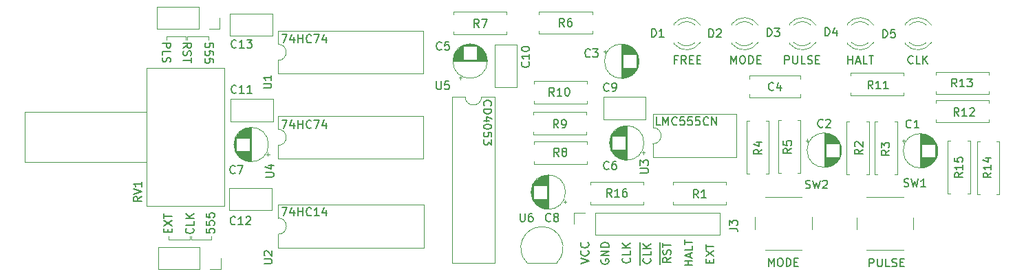
<source format=gto>
G04 #@! TF.GenerationSoftware,KiCad,Pcbnew,(5.1.9-0-10_14)*
G04 #@! TF.CreationDate,2021-06-10T12:36:41+02:00*
G04 #@! TF.ProjectId,Clock,436c6f63-6b2e-46b6-9963-61645f706362,rev?*
G04 #@! TF.SameCoordinates,Original*
G04 #@! TF.FileFunction,Legend,Top*
G04 #@! TF.FilePolarity,Positive*
%FSLAX46Y46*%
G04 Gerber Fmt 4.6, Leading zero omitted, Abs format (unit mm)*
G04 Created by KiCad (PCBNEW (5.1.9-0-10_14)) date 2021-06-10 12:36:41*
%MOMM*%
%LPD*%
G01*
G04 APERTURE LIST*
%ADD10C,0.150000*%
%ADD11C,0.120000*%
%ADD12C,2.340000*%
%ADD13O,1.700000X1.700000*%
%ADD14R,1.700000X1.700000*%
%ADD15O,1.600000X1.600000*%
%ADD16R,1.600000X1.600000*%
%ADD17C,2.000000*%
%ADD18C,1.600000*%
%ADD19C,6.400000*%
%ADD20C,1.800000*%
%ADD21R,1.800000X1.800000*%
%ADD22C,1.200000*%
%ADD23R,1.200000X1.200000*%
%ADD24R,1.050000X1.500000*%
%ADD25O,1.050000X1.500000*%
G04 APERTURE END LIST*
D10*
X176617714Y-127198380D02*
X176141523Y-127198380D01*
X176141523Y-126198380D01*
X176951047Y-127198380D02*
X176951047Y-126198380D01*
X177284380Y-126912666D01*
X177617714Y-126198380D01*
X177617714Y-127198380D01*
X178665333Y-127103142D02*
X178617714Y-127150761D01*
X178474857Y-127198380D01*
X178379619Y-127198380D01*
X178236761Y-127150761D01*
X178141523Y-127055523D01*
X178093904Y-126960285D01*
X178046285Y-126769809D01*
X178046285Y-126626952D01*
X178093904Y-126436476D01*
X178141523Y-126341238D01*
X178236761Y-126246000D01*
X178379619Y-126198380D01*
X178474857Y-126198380D01*
X178617714Y-126246000D01*
X178665333Y-126293619D01*
X179570095Y-126198380D02*
X179093904Y-126198380D01*
X179046285Y-126674571D01*
X179093904Y-126626952D01*
X179189142Y-126579333D01*
X179427238Y-126579333D01*
X179522476Y-126626952D01*
X179570095Y-126674571D01*
X179617714Y-126769809D01*
X179617714Y-127007904D01*
X179570095Y-127103142D01*
X179522476Y-127150761D01*
X179427238Y-127198380D01*
X179189142Y-127198380D01*
X179093904Y-127150761D01*
X179046285Y-127103142D01*
X180522476Y-126198380D02*
X180046285Y-126198380D01*
X179998666Y-126674571D01*
X180046285Y-126626952D01*
X180141523Y-126579333D01*
X180379619Y-126579333D01*
X180474857Y-126626952D01*
X180522476Y-126674571D01*
X180570095Y-126769809D01*
X180570095Y-127007904D01*
X180522476Y-127103142D01*
X180474857Y-127150761D01*
X180379619Y-127198380D01*
X180141523Y-127198380D01*
X180046285Y-127150761D01*
X179998666Y-127103142D01*
X181474857Y-126198380D02*
X180998666Y-126198380D01*
X180951047Y-126674571D01*
X180998666Y-126626952D01*
X181093904Y-126579333D01*
X181332000Y-126579333D01*
X181427238Y-126626952D01*
X181474857Y-126674571D01*
X181522476Y-126769809D01*
X181522476Y-127007904D01*
X181474857Y-127103142D01*
X181427238Y-127150761D01*
X181332000Y-127198380D01*
X181093904Y-127198380D01*
X180998666Y-127150761D01*
X180951047Y-127103142D01*
X182522476Y-127103142D02*
X182474857Y-127150761D01*
X182332000Y-127198380D01*
X182236761Y-127198380D01*
X182093904Y-127150761D01*
X181998666Y-127055523D01*
X181951047Y-126960285D01*
X181903428Y-126769809D01*
X181903428Y-126626952D01*
X181951047Y-126436476D01*
X181998666Y-126341238D01*
X182093904Y-126246000D01*
X182236761Y-126198380D01*
X182332000Y-126198380D01*
X182474857Y-126246000D01*
X182522476Y-126293619D01*
X182951047Y-127198380D02*
X182951047Y-126198380D01*
X183522476Y-127198380D01*
X183522476Y-126198380D01*
X154963857Y-124777761D02*
X154916238Y-124730142D01*
X154868619Y-124587285D01*
X154868619Y-124492047D01*
X154916238Y-124349190D01*
X155011476Y-124253952D01*
X155106714Y-124206333D01*
X155297190Y-124158714D01*
X155440047Y-124158714D01*
X155630523Y-124206333D01*
X155725761Y-124253952D01*
X155821000Y-124349190D01*
X155868619Y-124492047D01*
X155868619Y-124587285D01*
X155821000Y-124730142D01*
X155773380Y-124777761D01*
X154868619Y-125206333D02*
X155868619Y-125206333D01*
X155868619Y-125444428D01*
X155821000Y-125587285D01*
X155725761Y-125682523D01*
X155630523Y-125730142D01*
X155440047Y-125777761D01*
X155297190Y-125777761D01*
X155106714Y-125730142D01*
X155011476Y-125682523D01*
X154916238Y-125587285D01*
X154868619Y-125444428D01*
X154868619Y-125206333D01*
X155535285Y-126634904D02*
X154868619Y-126634904D01*
X155916238Y-126396809D02*
X155201952Y-126158714D01*
X155201952Y-126777761D01*
X155868619Y-127349190D02*
X155868619Y-127444428D01*
X155821000Y-127539666D01*
X155773380Y-127587285D01*
X155678142Y-127634904D01*
X155487666Y-127682523D01*
X155249571Y-127682523D01*
X155059095Y-127634904D01*
X154963857Y-127587285D01*
X154916238Y-127539666D01*
X154868619Y-127444428D01*
X154868619Y-127349190D01*
X154916238Y-127253952D01*
X154963857Y-127206333D01*
X155059095Y-127158714D01*
X155249571Y-127111095D01*
X155487666Y-127111095D01*
X155678142Y-127158714D01*
X155773380Y-127206333D01*
X155821000Y-127253952D01*
X155868619Y-127349190D01*
X155868619Y-128587285D02*
X155868619Y-128111095D01*
X155392428Y-128063476D01*
X155440047Y-128111095D01*
X155487666Y-128206333D01*
X155487666Y-128444428D01*
X155440047Y-128539666D01*
X155392428Y-128587285D01*
X155297190Y-128634904D01*
X155059095Y-128634904D01*
X154963857Y-128587285D01*
X154916238Y-128539666D01*
X154868619Y-128444428D01*
X154868619Y-128206333D01*
X154916238Y-128111095D01*
X154963857Y-128063476D01*
X155868619Y-128968238D02*
X155868619Y-129587285D01*
X155487666Y-129253952D01*
X155487666Y-129396809D01*
X155440047Y-129492047D01*
X155392428Y-129539666D01*
X155297190Y-129587285D01*
X155059095Y-129587285D01*
X154963857Y-129539666D01*
X154916238Y-129492047D01*
X154868619Y-129396809D01*
X154868619Y-129111095D01*
X154916238Y-129015857D01*
X154963857Y-128968238D01*
X130056285Y-137374380D02*
X130722952Y-137374380D01*
X130294380Y-138374380D01*
X131532476Y-137707714D02*
X131532476Y-138374380D01*
X131294380Y-137326761D02*
X131056285Y-138041047D01*
X131675333Y-138041047D01*
X132056285Y-138374380D02*
X132056285Y-137374380D01*
X132056285Y-137850571D02*
X132627714Y-137850571D01*
X132627714Y-138374380D02*
X132627714Y-137374380D01*
X133675333Y-138279142D02*
X133627714Y-138326761D01*
X133484857Y-138374380D01*
X133389619Y-138374380D01*
X133246761Y-138326761D01*
X133151523Y-138231523D01*
X133103904Y-138136285D01*
X133056285Y-137945809D01*
X133056285Y-137802952D01*
X133103904Y-137612476D01*
X133151523Y-137517238D01*
X133246761Y-137422000D01*
X133389619Y-137374380D01*
X133484857Y-137374380D01*
X133627714Y-137422000D01*
X133675333Y-137469619D01*
X134627714Y-138374380D02*
X134056285Y-138374380D01*
X134342000Y-138374380D02*
X134342000Y-137374380D01*
X134246761Y-137517238D01*
X134151523Y-137612476D01*
X134056285Y-137660095D01*
X135484857Y-137707714D02*
X135484857Y-138374380D01*
X135246761Y-137326761D02*
X135008666Y-138041047D01*
X135627714Y-138041047D01*
X130056285Y-126579380D02*
X130722952Y-126579380D01*
X130294380Y-127579380D01*
X131532476Y-126912714D02*
X131532476Y-127579380D01*
X131294380Y-126531761D02*
X131056285Y-127246047D01*
X131675333Y-127246047D01*
X132056285Y-127579380D02*
X132056285Y-126579380D01*
X132056285Y-127055571D02*
X132627714Y-127055571D01*
X132627714Y-127579380D02*
X132627714Y-126579380D01*
X133675333Y-127484142D02*
X133627714Y-127531761D01*
X133484857Y-127579380D01*
X133389619Y-127579380D01*
X133246761Y-127531761D01*
X133151523Y-127436523D01*
X133103904Y-127341285D01*
X133056285Y-127150809D01*
X133056285Y-127007952D01*
X133103904Y-126817476D01*
X133151523Y-126722238D01*
X133246761Y-126627000D01*
X133389619Y-126579380D01*
X133484857Y-126579380D01*
X133627714Y-126627000D01*
X133675333Y-126674619D01*
X134008666Y-126579380D02*
X134675333Y-126579380D01*
X134246761Y-127579380D01*
X135484857Y-126912714D02*
X135484857Y-127579380D01*
X135246761Y-126531761D02*
X135008666Y-127246047D01*
X135627714Y-127246047D01*
X130056285Y-116038380D02*
X130722952Y-116038380D01*
X130294380Y-117038380D01*
X131532476Y-116371714D02*
X131532476Y-117038380D01*
X131294380Y-115990761D02*
X131056285Y-116705047D01*
X131675333Y-116705047D01*
X132056285Y-117038380D02*
X132056285Y-116038380D01*
X132056285Y-116514571D02*
X132627714Y-116514571D01*
X132627714Y-117038380D02*
X132627714Y-116038380D01*
X133675333Y-116943142D02*
X133627714Y-116990761D01*
X133484857Y-117038380D01*
X133389619Y-117038380D01*
X133246761Y-116990761D01*
X133151523Y-116895523D01*
X133103904Y-116800285D01*
X133056285Y-116609809D01*
X133056285Y-116466952D01*
X133103904Y-116276476D01*
X133151523Y-116181238D01*
X133246761Y-116086000D01*
X133389619Y-116038380D01*
X133484857Y-116038380D01*
X133627714Y-116086000D01*
X133675333Y-116133619D01*
X134008666Y-116038380D02*
X134675333Y-116038380D01*
X134246761Y-117038380D01*
X135484857Y-116371714D02*
X135484857Y-117038380D01*
X135246761Y-115990761D02*
X135008666Y-116705047D01*
X135627714Y-116705047D01*
X189935076Y-144597380D02*
X189935076Y-143597380D01*
X190268409Y-144311666D01*
X190601742Y-143597380D01*
X190601742Y-144597380D01*
X191268409Y-143597380D02*
X191458885Y-143597380D01*
X191554123Y-143645000D01*
X191649361Y-143740238D01*
X191696980Y-143930714D01*
X191696980Y-144264047D01*
X191649361Y-144454523D01*
X191554123Y-144549761D01*
X191458885Y-144597380D01*
X191268409Y-144597380D01*
X191173171Y-144549761D01*
X191077933Y-144454523D01*
X191030314Y-144264047D01*
X191030314Y-143930714D01*
X191077933Y-143740238D01*
X191173171Y-143645000D01*
X191268409Y-143597380D01*
X192125552Y-144597380D02*
X192125552Y-143597380D01*
X192363647Y-143597380D01*
X192506504Y-143645000D01*
X192601742Y-143740238D01*
X192649361Y-143835476D01*
X192696980Y-144025952D01*
X192696980Y-144168809D01*
X192649361Y-144359285D01*
X192601742Y-144454523D01*
X192506504Y-144549761D01*
X192363647Y-144597380D01*
X192125552Y-144597380D01*
X193125552Y-144073571D02*
X193458885Y-144073571D01*
X193601742Y-144597380D02*
X193125552Y-144597380D01*
X193125552Y-143597380D01*
X193601742Y-143597380D01*
X202325552Y-144648180D02*
X202325552Y-143648180D01*
X202706504Y-143648180D01*
X202801742Y-143695800D01*
X202849361Y-143743419D01*
X202896980Y-143838657D01*
X202896980Y-143981514D01*
X202849361Y-144076752D01*
X202801742Y-144124371D01*
X202706504Y-144171990D01*
X202325552Y-144171990D01*
X203325552Y-143648180D02*
X203325552Y-144457704D01*
X203373171Y-144552942D01*
X203420790Y-144600561D01*
X203516028Y-144648180D01*
X203706504Y-144648180D01*
X203801742Y-144600561D01*
X203849361Y-144552942D01*
X203896980Y-144457704D01*
X203896980Y-143648180D01*
X204849361Y-144648180D02*
X204373171Y-144648180D01*
X204373171Y-143648180D01*
X205135076Y-144600561D02*
X205277933Y-144648180D01*
X205516028Y-144648180D01*
X205611266Y-144600561D01*
X205658885Y-144552942D01*
X205706504Y-144457704D01*
X205706504Y-144362466D01*
X205658885Y-144267228D01*
X205611266Y-144219609D01*
X205516028Y-144171990D01*
X205325552Y-144124371D01*
X205230314Y-144076752D01*
X205182695Y-144029133D01*
X205135076Y-143933895D01*
X205135076Y-143838657D01*
X205182695Y-143743419D01*
X205230314Y-143695800D01*
X205325552Y-143648180D01*
X205563647Y-143648180D01*
X205706504Y-143695800D01*
X206135076Y-144124371D02*
X206468409Y-144124371D01*
X206611266Y-144648180D02*
X206135076Y-144648180D01*
X206135076Y-143648180D01*
X206611266Y-143648180D01*
X207710161Y-119533942D02*
X207662542Y-119581561D01*
X207519685Y-119629180D01*
X207424447Y-119629180D01*
X207281590Y-119581561D01*
X207186352Y-119486323D01*
X207138733Y-119391085D01*
X207091114Y-119200609D01*
X207091114Y-119057752D01*
X207138733Y-118867276D01*
X207186352Y-118772038D01*
X207281590Y-118676800D01*
X207424447Y-118629180D01*
X207519685Y-118629180D01*
X207662542Y-118676800D01*
X207710161Y-118724419D01*
X208614923Y-119629180D02*
X208138733Y-119629180D01*
X208138733Y-118629180D01*
X208948257Y-119629180D02*
X208948257Y-118629180D01*
X209519685Y-119629180D02*
X209091114Y-119057752D01*
X209519685Y-118629180D02*
X208948257Y-119200609D01*
X199718800Y-119629180D02*
X199718800Y-118629180D01*
X199718800Y-119105371D02*
X200290228Y-119105371D01*
X200290228Y-119629180D02*
X200290228Y-118629180D01*
X200718800Y-119343466D02*
X201194990Y-119343466D01*
X200623561Y-119629180D02*
X200956895Y-118629180D01*
X201290228Y-119629180D01*
X202099752Y-119629180D02*
X201623561Y-119629180D01*
X201623561Y-118629180D01*
X202290228Y-118629180D02*
X202861657Y-118629180D01*
X202575942Y-119629180D02*
X202575942Y-118629180D01*
X191936952Y-119629180D02*
X191936952Y-118629180D01*
X192317904Y-118629180D01*
X192413142Y-118676800D01*
X192460761Y-118724419D01*
X192508380Y-118819657D01*
X192508380Y-118962514D01*
X192460761Y-119057752D01*
X192413142Y-119105371D01*
X192317904Y-119152990D01*
X191936952Y-119152990D01*
X192936952Y-118629180D02*
X192936952Y-119438704D01*
X192984571Y-119533942D01*
X193032190Y-119581561D01*
X193127428Y-119629180D01*
X193317904Y-119629180D01*
X193413142Y-119581561D01*
X193460761Y-119533942D01*
X193508380Y-119438704D01*
X193508380Y-118629180D01*
X194460761Y-119629180D02*
X193984571Y-119629180D01*
X193984571Y-118629180D01*
X194746476Y-119581561D02*
X194889333Y-119629180D01*
X195127428Y-119629180D01*
X195222666Y-119581561D01*
X195270285Y-119533942D01*
X195317904Y-119438704D01*
X195317904Y-119343466D01*
X195270285Y-119248228D01*
X195222666Y-119200609D01*
X195127428Y-119152990D01*
X194936952Y-119105371D01*
X194841714Y-119057752D01*
X194794095Y-119010133D01*
X194746476Y-118914895D01*
X194746476Y-118819657D01*
X194794095Y-118724419D01*
X194841714Y-118676800D01*
X194936952Y-118629180D01*
X195175047Y-118629180D01*
X195317904Y-118676800D01*
X195746476Y-119105371D02*
X196079809Y-119105371D01*
X196222666Y-119629180D02*
X195746476Y-119629180D01*
X195746476Y-118629180D01*
X196222666Y-118629180D01*
X185312276Y-119629180D02*
X185312276Y-118629180D01*
X185645609Y-119343466D01*
X185978942Y-118629180D01*
X185978942Y-119629180D01*
X186645609Y-118629180D02*
X186836085Y-118629180D01*
X186931323Y-118676800D01*
X187026561Y-118772038D01*
X187074180Y-118962514D01*
X187074180Y-119295847D01*
X187026561Y-119486323D01*
X186931323Y-119581561D01*
X186836085Y-119629180D01*
X186645609Y-119629180D01*
X186550371Y-119581561D01*
X186455133Y-119486323D01*
X186407514Y-119295847D01*
X186407514Y-118962514D01*
X186455133Y-118772038D01*
X186550371Y-118676800D01*
X186645609Y-118629180D01*
X187502752Y-119629180D02*
X187502752Y-118629180D01*
X187740847Y-118629180D01*
X187883704Y-118676800D01*
X187978942Y-118772038D01*
X188026561Y-118867276D01*
X188074180Y-119057752D01*
X188074180Y-119200609D01*
X188026561Y-119391085D01*
X187978942Y-119486323D01*
X187883704Y-119581561D01*
X187740847Y-119629180D01*
X187502752Y-119629180D01*
X188502752Y-119105371D02*
X188836085Y-119105371D01*
X188978942Y-119629180D02*
X188502752Y-119629180D01*
X188502752Y-118629180D01*
X188978942Y-118629180D01*
X178697095Y-119105371D02*
X178363761Y-119105371D01*
X178363761Y-119629180D02*
X178363761Y-118629180D01*
X178839952Y-118629180D01*
X179792333Y-119629180D02*
X179459000Y-119152990D01*
X179220904Y-119629180D02*
X179220904Y-118629180D01*
X179601857Y-118629180D01*
X179697095Y-118676800D01*
X179744714Y-118724419D01*
X179792333Y-118819657D01*
X179792333Y-118962514D01*
X179744714Y-119057752D01*
X179697095Y-119105371D01*
X179601857Y-119152990D01*
X179220904Y-119152990D01*
X180220904Y-119105371D02*
X180554238Y-119105371D01*
X180697095Y-119629180D02*
X180220904Y-119629180D01*
X180220904Y-118629180D01*
X180697095Y-118629180D01*
X181125666Y-119105371D02*
X181459000Y-119105371D01*
X181601857Y-119629180D02*
X181125666Y-119629180D01*
X181125666Y-118629180D01*
X181601857Y-118629180D01*
X182681571Y-144175028D02*
X182681571Y-143841695D01*
X183205380Y-143698838D02*
X183205380Y-144175028D01*
X182205380Y-144175028D01*
X182205380Y-143698838D01*
X182205380Y-143365504D02*
X183205380Y-142698838D01*
X182205380Y-142698838D02*
X183205380Y-143365504D01*
X182205380Y-142460742D02*
X182205380Y-141889314D01*
X183205380Y-142175028D02*
X182205380Y-142175028D01*
X180589180Y-144476600D02*
X179589180Y-144476600D01*
X180065371Y-144476600D02*
X180065371Y-143905171D01*
X180589180Y-143905171D02*
X179589180Y-143905171D01*
X180303466Y-143476600D02*
X180303466Y-143000409D01*
X180589180Y-143571838D02*
X179589180Y-143238504D01*
X180589180Y-142905171D01*
X180589180Y-142095647D02*
X180589180Y-142571838D01*
X179589180Y-142571838D01*
X179589180Y-141905171D02*
X179589180Y-141333742D01*
X180589180Y-141619457D02*
X179589180Y-141619457D01*
X176554800Y-144333742D02*
X176554800Y-143333742D01*
X177922180Y-143524219D02*
X177445990Y-143857552D01*
X177922180Y-144095647D02*
X176922180Y-144095647D01*
X176922180Y-143714695D01*
X176969800Y-143619457D01*
X177017419Y-143571838D01*
X177112657Y-143524219D01*
X177255514Y-143524219D01*
X177350752Y-143571838D01*
X177398371Y-143619457D01*
X177445990Y-143714695D01*
X177445990Y-144095647D01*
X176554800Y-143333742D02*
X176554800Y-142381361D01*
X177874561Y-143143266D02*
X177922180Y-143000409D01*
X177922180Y-142762314D01*
X177874561Y-142667076D01*
X177826942Y-142619457D01*
X177731704Y-142571838D01*
X177636466Y-142571838D01*
X177541228Y-142619457D01*
X177493609Y-142667076D01*
X177445990Y-142762314D01*
X177398371Y-142952790D01*
X177350752Y-143048028D01*
X177303133Y-143095647D01*
X177207895Y-143143266D01*
X177112657Y-143143266D01*
X177017419Y-143095647D01*
X176969800Y-143048028D01*
X176922180Y-142952790D01*
X176922180Y-142714695D01*
X176969800Y-142571838D01*
X176554800Y-142381361D02*
X176554800Y-141619457D01*
X176922180Y-142286123D02*
X176922180Y-141714695D01*
X177922180Y-142000409D02*
X176922180Y-142000409D01*
X174091000Y-144432161D02*
X174091000Y-143432161D01*
X175363142Y-143622638D02*
X175410761Y-143670257D01*
X175458380Y-143813114D01*
X175458380Y-143908352D01*
X175410761Y-144051209D01*
X175315523Y-144146447D01*
X175220285Y-144194066D01*
X175029809Y-144241685D01*
X174886952Y-144241685D01*
X174696476Y-144194066D01*
X174601238Y-144146447D01*
X174506000Y-144051209D01*
X174458380Y-143908352D01*
X174458380Y-143813114D01*
X174506000Y-143670257D01*
X174553619Y-143622638D01*
X174091000Y-143432161D02*
X174091000Y-142622638D01*
X175458380Y-142717876D02*
X175458380Y-143194066D01*
X174458380Y-143194066D01*
X174091000Y-142622638D02*
X174091000Y-141622638D01*
X175458380Y-142384542D02*
X174458380Y-142384542D01*
X175458380Y-141813114D02*
X174886952Y-142241685D01*
X174458380Y-141813114D02*
X175029809Y-142384542D01*
X172848542Y-143571838D02*
X172896161Y-143619457D01*
X172943780Y-143762314D01*
X172943780Y-143857552D01*
X172896161Y-144000409D01*
X172800923Y-144095647D01*
X172705685Y-144143266D01*
X172515209Y-144190885D01*
X172372352Y-144190885D01*
X172181876Y-144143266D01*
X172086638Y-144095647D01*
X171991400Y-144000409D01*
X171943780Y-143857552D01*
X171943780Y-143762314D01*
X171991400Y-143619457D01*
X172039019Y-143571838D01*
X172943780Y-142667076D02*
X172943780Y-143143266D01*
X171943780Y-143143266D01*
X172943780Y-142333742D02*
X171943780Y-142333742D01*
X172943780Y-141762314D02*
X172372352Y-142190885D01*
X171943780Y-141762314D02*
X172515209Y-142333742D01*
X169349800Y-143763904D02*
X169302180Y-143859142D01*
X169302180Y-144002000D01*
X169349800Y-144144857D01*
X169445038Y-144240095D01*
X169540276Y-144287714D01*
X169730752Y-144335333D01*
X169873609Y-144335333D01*
X170064085Y-144287714D01*
X170159323Y-144240095D01*
X170254561Y-144144857D01*
X170302180Y-144002000D01*
X170302180Y-143906761D01*
X170254561Y-143763904D01*
X170206942Y-143716285D01*
X169873609Y-143716285D01*
X169873609Y-143906761D01*
X170302180Y-143287714D02*
X169302180Y-143287714D01*
X170302180Y-142716285D01*
X169302180Y-142716285D01*
X170302180Y-142240095D02*
X169302180Y-142240095D01*
X169302180Y-142002000D01*
X169349800Y-141859142D01*
X169445038Y-141763904D01*
X169540276Y-141716285D01*
X169730752Y-141668666D01*
X169873609Y-141668666D01*
X170064085Y-141716285D01*
X170159323Y-141763904D01*
X170254561Y-141859142D01*
X170302180Y-142002000D01*
X170302180Y-142240095D01*
X166812980Y-144259133D02*
X167812980Y-143925800D01*
X166812980Y-143592466D01*
X167717742Y-142687704D02*
X167765361Y-142735323D01*
X167812980Y-142878180D01*
X167812980Y-142973419D01*
X167765361Y-143116276D01*
X167670123Y-143211514D01*
X167574885Y-143259133D01*
X167384409Y-143306752D01*
X167241552Y-143306752D01*
X167051076Y-143259133D01*
X166955838Y-143211514D01*
X166860600Y-143116276D01*
X166812980Y-142973419D01*
X166812980Y-142878180D01*
X166860600Y-142735323D01*
X166908219Y-142687704D01*
X167717742Y-141687704D02*
X167765361Y-141735323D01*
X167812980Y-141878180D01*
X167812980Y-141973419D01*
X167765361Y-142116276D01*
X167670123Y-142211514D01*
X167574885Y-142259133D01*
X167384409Y-142306752D01*
X167241552Y-142306752D01*
X167051076Y-142259133D01*
X166955838Y-142211514D01*
X166860600Y-142116276D01*
X166812980Y-141973419D01*
X166812980Y-141878180D01*
X166860600Y-141735323D01*
X166908219Y-141687704D01*
X117913619Y-117670180D02*
X118389809Y-117336847D01*
X117913619Y-117098752D02*
X118913619Y-117098752D01*
X118913619Y-117479704D01*
X118866000Y-117574942D01*
X118818380Y-117622561D01*
X118723142Y-117670180D01*
X118580285Y-117670180D01*
X118485047Y-117622561D01*
X118437428Y-117574942D01*
X118389809Y-117479704D01*
X118389809Y-117098752D01*
X117961238Y-118051133D02*
X117913619Y-118193990D01*
X117913619Y-118432085D01*
X117961238Y-118527323D01*
X118008857Y-118574942D01*
X118104095Y-118622561D01*
X118199333Y-118622561D01*
X118294571Y-118574942D01*
X118342190Y-118527323D01*
X118389809Y-118432085D01*
X118437428Y-118241609D01*
X118485047Y-118146371D01*
X118532666Y-118098752D01*
X118627904Y-118051133D01*
X118723142Y-118051133D01*
X118818380Y-118098752D01*
X118866000Y-118146371D01*
X118913619Y-118241609D01*
X118913619Y-118479704D01*
X118866000Y-118622561D01*
X118913619Y-118908276D02*
X118913619Y-119479704D01*
X117913619Y-119193990D02*
X118913619Y-119193990D01*
X115357619Y-117087142D02*
X116357619Y-117087142D01*
X116357619Y-117468095D01*
X116310000Y-117563333D01*
X116262380Y-117610952D01*
X116167142Y-117658571D01*
X116024285Y-117658571D01*
X115929047Y-117610952D01*
X115881428Y-117563333D01*
X115833809Y-117468095D01*
X115833809Y-117087142D01*
X115357619Y-118563333D02*
X115357619Y-118087142D01*
X116357619Y-118087142D01*
X115405238Y-118849047D02*
X115357619Y-118991904D01*
X115357619Y-119230000D01*
X115405238Y-119325238D01*
X115452857Y-119372857D01*
X115548095Y-119420476D01*
X115643333Y-119420476D01*
X115738571Y-119372857D01*
X115786190Y-119325238D01*
X115833809Y-119230000D01*
X115881428Y-119039523D01*
X115929047Y-118944285D01*
X115976666Y-118896666D01*
X116071904Y-118849047D01*
X116167142Y-118849047D01*
X116262380Y-118896666D01*
X116310000Y-118944285D01*
X116357619Y-119039523D01*
X116357619Y-119277619D01*
X116310000Y-119420476D01*
X121587619Y-117595714D02*
X121587619Y-117119523D01*
X121111428Y-117071904D01*
X121159047Y-117119523D01*
X121206666Y-117214761D01*
X121206666Y-117452857D01*
X121159047Y-117548095D01*
X121111428Y-117595714D01*
X121016190Y-117643333D01*
X120778095Y-117643333D01*
X120682857Y-117595714D01*
X120635238Y-117548095D01*
X120587619Y-117452857D01*
X120587619Y-117214761D01*
X120635238Y-117119523D01*
X120682857Y-117071904D01*
X121587619Y-118548095D02*
X121587619Y-118071904D01*
X121111428Y-118024285D01*
X121159047Y-118071904D01*
X121206666Y-118167142D01*
X121206666Y-118405238D01*
X121159047Y-118500476D01*
X121111428Y-118548095D01*
X121016190Y-118595714D01*
X120778095Y-118595714D01*
X120682857Y-118548095D01*
X120635238Y-118500476D01*
X120587619Y-118405238D01*
X120587619Y-118167142D01*
X120635238Y-118071904D01*
X120682857Y-118024285D01*
X121587619Y-119500476D02*
X121587619Y-119024285D01*
X121111428Y-118976666D01*
X121159047Y-119024285D01*
X121206666Y-119119523D01*
X121206666Y-119357619D01*
X121159047Y-119452857D01*
X121111428Y-119500476D01*
X121016190Y-119548095D01*
X120778095Y-119548095D01*
X120682857Y-119500476D01*
X120635238Y-119452857D01*
X120587619Y-119357619D01*
X120587619Y-119119523D01*
X120635238Y-119024285D01*
X120682857Y-118976666D01*
D11*
X118442200Y-116236600D02*
X121058400Y-116236600D01*
X115826000Y-116262000D02*
X115826000Y-116693800D01*
X121058400Y-116236600D02*
X121058400Y-116668400D01*
X118264400Y-116262000D02*
X115826000Y-116262000D01*
X118264400Y-116693800D02*
X118264400Y-116262000D01*
X118442200Y-116693800D02*
X118442200Y-116236600D01*
X121332200Y-141313400D02*
X121332200Y-140881600D01*
X118893800Y-141313400D02*
X121332200Y-141313400D01*
X118893800Y-140881600D02*
X118893800Y-141313400D01*
X116099800Y-141338800D02*
X116099800Y-140907000D01*
X118716000Y-141338800D02*
X116099800Y-141338800D01*
X118716000Y-140881600D02*
X118716000Y-141338800D01*
D10*
X119123942Y-139927438D02*
X119171561Y-139975057D01*
X119219180Y-140117914D01*
X119219180Y-140213152D01*
X119171561Y-140356009D01*
X119076323Y-140451247D01*
X118981085Y-140498866D01*
X118790609Y-140546485D01*
X118647752Y-140546485D01*
X118457276Y-140498866D01*
X118362038Y-140451247D01*
X118266800Y-140356009D01*
X118219180Y-140213152D01*
X118219180Y-140117914D01*
X118266800Y-139975057D01*
X118314419Y-139927438D01*
X119219180Y-139022676D02*
X119219180Y-139498866D01*
X118219180Y-139498866D01*
X119219180Y-138689342D02*
X118219180Y-138689342D01*
X119219180Y-138117914D02*
X118647752Y-138546485D01*
X118219180Y-138117914D02*
X118790609Y-138689342D01*
X120759180Y-139970285D02*
X120759180Y-140446476D01*
X121235371Y-140494095D01*
X121187752Y-140446476D01*
X121140133Y-140351238D01*
X121140133Y-140113142D01*
X121187752Y-140017904D01*
X121235371Y-139970285D01*
X121330609Y-139922666D01*
X121568704Y-139922666D01*
X121663942Y-139970285D01*
X121711561Y-140017904D01*
X121759180Y-140113142D01*
X121759180Y-140351238D01*
X121711561Y-140446476D01*
X121663942Y-140494095D01*
X120759180Y-139017904D02*
X120759180Y-139494095D01*
X121235371Y-139541714D01*
X121187752Y-139494095D01*
X121140133Y-139398857D01*
X121140133Y-139160761D01*
X121187752Y-139065523D01*
X121235371Y-139017904D01*
X121330609Y-138970285D01*
X121568704Y-138970285D01*
X121663942Y-139017904D01*
X121711561Y-139065523D01*
X121759180Y-139160761D01*
X121759180Y-139398857D01*
X121711561Y-139494095D01*
X121663942Y-139541714D01*
X120759180Y-138065523D02*
X120759180Y-138541714D01*
X121235371Y-138589333D01*
X121187752Y-138541714D01*
X121140133Y-138446476D01*
X121140133Y-138208380D01*
X121187752Y-138113142D01*
X121235371Y-138065523D01*
X121330609Y-138017904D01*
X121568704Y-138017904D01*
X121663942Y-138065523D01*
X121711561Y-138113142D01*
X121759180Y-138208380D01*
X121759180Y-138446476D01*
X121711561Y-138541714D01*
X121663942Y-138589333D01*
X116002971Y-140403628D02*
X116002971Y-140070295D01*
X116526780Y-139927438D02*
X116526780Y-140403628D01*
X115526780Y-140403628D01*
X115526780Y-139927438D01*
X115526780Y-139594104D02*
X116526780Y-138927438D01*
X115526780Y-138927438D02*
X116526780Y-139594104D01*
X115526780Y-138689342D02*
X115526780Y-138117914D01*
X116526780Y-138403628D02*
X115526780Y-138403628D01*
D11*
X122980000Y-137170000D02*
X113440000Y-137170000D01*
X122980000Y-120130000D02*
X113440000Y-120130000D01*
X122980000Y-137170000D02*
X122980000Y-120130000D01*
X113440000Y-137170000D02*
X113440000Y-120130000D01*
X113440000Y-133770000D02*
X113440000Y-123530000D01*
X113440000Y-131770000D02*
X98440000Y-131770000D01*
X113440000Y-125529000D02*
X98440000Y-125529000D01*
X113440000Y-131770000D02*
X113440000Y-125529000D01*
X98440000Y-131770000D02*
X98440000Y-125529000D01*
X168605200Y-140699800D02*
X168605200Y-138039800D01*
X168605200Y-140699800D02*
X183905200Y-140699800D01*
X183905200Y-140699800D02*
X183905200Y-138039800D01*
X168605200Y-138039800D02*
X183905200Y-138039800D01*
X166005200Y-138039800D02*
X167335200Y-138039800D01*
X166005200Y-139369800D02*
X166005200Y-138039800D01*
X119960600Y-142269400D02*
X119960600Y-144929400D01*
X119960600Y-142269400D02*
X114820600Y-142269400D01*
X114820600Y-142269400D02*
X114820600Y-144929400D01*
X119960600Y-144929400D02*
X114820600Y-144929400D01*
X122560600Y-144929400D02*
X121230600Y-144929400D01*
X122560600Y-143599400D02*
X122560600Y-144929400D01*
X122413800Y-113976000D02*
X122413800Y-115306000D01*
X122413800Y-115306000D02*
X121083800Y-115306000D01*
X119813800Y-115306000D02*
X114673800Y-115306000D01*
X114673800Y-112646000D02*
X114673800Y-115306000D01*
X119813800Y-112646000D02*
X114673800Y-112646000D01*
X119813800Y-112646000D02*
X119813800Y-115306000D01*
X152619200Y-123714200D02*
X150969200Y-123714200D01*
X150969200Y-123714200D02*
X150969200Y-144154200D01*
X150969200Y-144154200D02*
X156269200Y-144154200D01*
X156269200Y-144154200D02*
X156269200Y-123714200D01*
X156269200Y-123714200D02*
X154619200Y-123714200D01*
X154619200Y-123714200D02*
G75*
G02*
X152619200Y-123714200I-1000000J0D01*
G01*
X129581600Y-129701800D02*
X129581600Y-131351800D01*
X129581600Y-131351800D02*
X147481600Y-131351800D01*
X147481600Y-131351800D02*
X147481600Y-126051800D01*
X147481600Y-126051800D02*
X129581600Y-126051800D01*
X129581600Y-126051800D02*
X129581600Y-127701800D01*
X129581600Y-127701800D02*
G75*
G02*
X129581600Y-129701800I0J-1000000D01*
G01*
X175708000Y-129498600D02*
X175708000Y-131148600D01*
X175708000Y-131148600D02*
X185988000Y-131148600D01*
X185988000Y-131148600D02*
X185988000Y-125848600D01*
X185988000Y-125848600D02*
X175708000Y-125848600D01*
X175708000Y-125848600D02*
X175708000Y-127498600D01*
X175708000Y-127498600D02*
G75*
G02*
X175708000Y-129498600I0J-1000000D01*
G01*
X129607000Y-140649200D02*
X129607000Y-142299200D01*
X129607000Y-142299200D02*
X147507000Y-142299200D01*
X147507000Y-142299200D02*
X147507000Y-136999200D01*
X147507000Y-136999200D02*
X129607000Y-136999200D01*
X129607000Y-136999200D02*
X129607000Y-138649200D01*
X129607000Y-138649200D02*
G75*
G02*
X129607000Y-140649200I0J-1000000D01*
G01*
X129581600Y-119211600D02*
X129581600Y-120861600D01*
X129581600Y-120861600D02*
X147481600Y-120861600D01*
X147481600Y-120861600D02*
X147481600Y-115561600D01*
X147481600Y-115561600D02*
X129581600Y-115561600D01*
X129581600Y-115561600D02*
X129581600Y-117211600D01*
X129581600Y-117211600D02*
G75*
G02*
X129581600Y-119211600I0J-1000000D01*
G01*
X189518800Y-142558400D02*
X194018800Y-142558400D01*
X188268800Y-138558400D02*
X188268800Y-140058400D01*
X194018800Y-136058400D02*
X189518800Y-136058400D01*
X195268800Y-140058400D02*
X195268800Y-138558400D01*
X202015600Y-142583800D02*
X206515600Y-142583800D01*
X200765600Y-138583800D02*
X200765600Y-140083800D01*
X206515600Y-136083800D02*
X202015600Y-136083800D01*
X207765600Y-140083800D02*
X207765600Y-138583800D01*
X168002200Y-134570600D02*
X168002200Y-134240600D01*
X168002200Y-134240600D02*
X174542200Y-134240600D01*
X174542200Y-134240600D02*
X174542200Y-134570600D01*
X168002200Y-136650600D02*
X168002200Y-136980600D01*
X168002200Y-136980600D02*
X174542200Y-136980600D01*
X174542200Y-136980600D02*
X174542200Y-136650600D01*
X212320000Y-135680200D02*
X211990000Y-135680200D01*
X211990000Y-135680200D02*
X211990000Y-129140200D01*
X211990000Y-129140200D02*
X212320000Y-129140200D01*
X214400000Y-135680200D02*
X214730000Y-135680200D01*
X214730000Y-135680200D02*
X214730000Y-129140200D01*
X214730000Y-129140200D02*
X214400000Y-129140200D01*
X215926800Y-135705600D02*
X215596800Y-135705600D01*
X215596800Y-135705600D02*
X215596800Y-129165600D01*
X215596800Y-129165600D02*
X215926800Y-129165600D01*
X218006800Y-135705600D02*
X218336800Y-135705600D01*
X218336800Y-135705600D02*
X218336800Y-129165600D01*
X218336800Y-129165600D02*
X218006800Y-129165600D01*
X217061800Y-123061600D02*
X217061800Y-123391600D01*
X217061800Y-123391600D02*
X210521800Y-123391600D01*
X210521800Y-123391600D02*
X210521800Y-123061600D01*
X217061800Y-120981600D02*
X217061800Y-120651600D01*
X217061800Y-120651600D02*
X210521800Y-120651600D01*
X210521800Y-120651600D02*
X210521800Y-120981600D01*
X210547200Y-124436000D02*
X210547200Y-124106000D01*
X210547200Y-124106000D02*
X217087200Y-124106000D01*
X217087200Y-124106000D02*
X217087200Y-124436000D01*
X210547200Y-126516000D02*
X210547200Y-126846000D01*
X210547200Y-126846000D02*
X217087200Y-126846000D01*
X217087200Y-126846000D02*
X217087200Y-126516000D01*
X206546200Y-123163200D02*
X206546200Y-123493200D01*
X206546200Y-123493200D02*
X200006200Y-123493200D01*
X200006200Y-123493200D02*
X200006200Y-123163200D01*
X206546200Y-121083200D02*
X206546200Y-120753200D01*
X206546200Y-120753200D02*
X200006200Y-120753200D01*
X200006200Y-120753200D02*
X200006200Y-121083200D01*
X167608000Y-124179200D02*
X167608000Y-124509200D01*
X167608000Y-124509200D02*
X161068000Y-124509200D01*
X161068000Y-124509200D02*
X161068000Y-124179200D01*
X167608000Y-122099200D02*
X167608000Y-121769200D01*
X167608000Y-121769200D02*
X161068000Y-121769200D01*
X161068000Y-121769200D02*
X161068000Y-122099200D01*
X167557200Y-128014600D02*
X167557200Y-128344600D01*
X167557200Y-128344600D02*
X161017200Y-128344600D01*
X161017200Y-128344600D02*
X161017200Y-128014600D01*
X167557200Y-125934600D02*
X167557200Y-125604600D01*
X167557200Y-125604600D02*
X161017200Y-125604600D01*
X161017200Y-125604600D02*
X161017200Y-125934600D01*
X167582600Y-131646800D02*
X167582600Y-131976800D01*
X167582600Y-131976800D02*
X161042600Y-131976800D01*
X161042600Y-131976800D02*
X161042600Y-131646800D01*
X167582600Y-129566800D02*
X167582600Y-129236800D01*
X167582600Y-129236800D02*
X161042600Y-129236800D01*
X161042600Y-129236800D02*
X161042600Y-129566800D01*
X151187400Y-113564800D02*
X151187400Y-113234800D01*
X151187400Y-113234800D02*
X157727400Y-113234800D01*
X157727400Y-113234800D02*
X157727400Y-113564800D01*
X151187400Y-115644800D02*
X151187400Y-115974800D01*
X151187400Y-115974800D02*
X157727400Y-115974800D01*
X157727400Y-115974800D02*
X157727400Y-115644800D01*
X168243000Y-115594000D02*
X168243000Y-115924000D01*
X168243000Y-115924000D02*
X161703000Y-115924000D01*
X161703000Y-115924000D02*
X161703000Y-115594000D01*
X168243000Y-113514000D02*
X168243000Y-113184000D01*
X168243000Y-113184000D02*
X161703000Y-113184000D01*
X161703000Y-113184000D02*
X161703000Y-113514000D01*
X191441200Y-133140200D02*
X191111200Y-133140200D01*
X191111200Y-133140200D02*
X191111200Y-126600200D01*
X191111200Y-126600200D02*
X191441200Y-126600200D01*
X193521200Y-133140200D02*
X193851200Y-133140200D01*
X193851200Y-133140200D02*
X193851200Y-126600200D01*
X193851200Y-126600200D02*
X193521200Y-126600200D01*
X189635000Y-126625600D02*
X189965000Y-126625600D01*
X189965000Y-126625600D02*
X189965000Y-133165600D01*
X189965000Y-133165600D02*
X189635000Y-133165600D01*
X187555000Y-126625600D02*
X187225000Y-126625600D01*
X187225000Y-126625600D02*
X187225000Y-133165600D01*
X187225000Y-133165600D02*
X187555000Y-133165600D01*
X203353800Y-133292600D02*
X203023800Y-133292600D01*
X203023800Y-133292600D02*
X203023800Y-126752600D01*
X203023800Y-126752600D02*
X203353800Y-126752600D01*
X205433800Y-133292600D02*
X205763800Y-133292600D01*
X205763800Y-133292600D02*
X205763800Y-126752600D01*
X205763800Y-126752600D02*
X205433800Y-126752600D01*
X201954000Y-126727200D02*
X202284000Y-126727200D01*
X202284000Y-126727200D02*
X202284000Y-133267200D01*
X202284000Y-133267200D02*
X201954000Y-133267200D01*
X199874000Y-126727200D02*
X199544000Y-126727200D01*
X199544000Y-126727200D02*
X199544000Y-133267200D01*
X199544000Y-133267200D02*
X199874000Y-133267200D01*
X178162200Y-134570600D02*
X178162200Y-134240600D01*
X178162200Y-134240600D02*
X184702200Y-134240600D01*
X184702200Y-134240600D02*
X184702200Y-134570600D01*
X178162200Y-136650600D02*
X178162200Y-136980600D01*
X178162200Y-136980600D02*
X184702200Y-136980600D01*
X184702200Y-136980600D02*
X184702200Y-136650600D01*
X206745400Y-114689600D02*
X206745400Y-114845600D01*
X206745400Y-117005600D02*
X206745400Y-117161600D01*
X209346530Y-117005437D02*
G75*
G02*
X207264439Y-117005600I-1041130J1079837D01*
G01*
X209346530Y-114845763D02*
G75*
G03*
X207264439Y-114845600I-1041130J-1079837D01*
G01*
X209977735Y-117004208D02*
G75*
G02*
X206745400Y-117161116I-1672335J1078608D01*
G01*
X209977735Y-114846992D02*
G75*
G03*
X206745400Y-114690084I-1672335J-1078608D01*
G01*
X199633400Y-114689600D02*
X199633400Y-114845600D01*
X199633400Y-117005600D02*
X199633400Y-117161600D01*
X202234530Y-117005437D02*
G75*
G02*
X200152439Y-117005600I-1041130J1079837D01*
G01*
X202234530Y-114845763D02*
G75*
G03*
X200152439Y-114845600I-1041130J-1079837D01*
G01*
X202865735Y-117004208D02*
G75*
G02*
X199633400Y-117161116I-1672335J1078608D01*
G01*
X202865735Y-114846992D02*
G75*
G03*
X199633400Y-114690084I-1672335J-1078608D01*
G01*
X192521400Y-114689600D02*
X192521400Y-114845600D01*
X192521400Y-117005600D02*
X192521400Y-117161600D01*
X195122530Y-117005437D02*
G75*
G02*
X193040439Y-117005600I-1041130J1079837D01*
G01*
X195122530Y-114845763D02*
G75*
G03*
X193040439Y-114845600I-1041130J-1079837D01*
G01*
X195753735Y-117004208D02*
G75*
G02*
X192521400Y-117161116I-1672335J1078608D01*
G01*
X195753735Y-114846992D02*
G75*
G03*
X192521400Y-114690084I-1672335J-1078608D01*
G01*
X185409400Y-114689600D02*
X185409400Y-114845600D01*
X185409400Y-117005600D02*
X185409400Y-117161600D01*
X188010530Y-117005437D02*
G75*
G02*
X185928439Y-117005600I-1041130J1079837D01*
G01*
X188010530Y-114845763D02*
G75*
G03*
X185928439Y-114845600I-1041130J-1079837D01*
G01*
X188641735Y-117004208D02*
G75*
G02*
X185409400Y-117161116I-1672335J1078608D01*
G01*
X188641735Y-114846992D02*
G75*
G03*
X185409400Y-114690084I-1672335J-1078608D01*
G01*
X178297400Y-114689600D02*
X178297400Y-114845600D01*
X178297400Y-117005600D02*
X178297400Y-117161600D01*
X180898530Y-117005437D02*
G75*
G02*
X178816439Y-117005600I-1041130J1079837D01*
G01*
X180898530Y-114845763D02*
G75*
G03*
X178816439Y-114845600I-1041130J-1079837D01*
G01*
X181529735Y-117004208D02*
G75*
G02*
X178297400Y-117161116I-1672335J1078608D01*
G01*
X181529735Y-114846992D02*
G75*
G03*
X178297400Y-114690084I-1672335J-1078608D01*
G01*
X123648800Y-113438000D02*
X128888800Y-113438000D01*
X123648800Y-116178000D02*
X128888800Y-116178000D01*
X123648800Y-113438000D02*
X123648800Y-116178000D01*
X128888800Y-113438000D02*
X128888800Y-116178000D01*
X123547200Y-134926400D02*
X128787200Y-134926400D01*
X123547200Y-137666400D02*
X128787200Y-137666400D01*
X123547200Y-134926400D02*
X123547200Y-137666400D01*
X128787200Y-134926400D02*
X128787200Y-137666400D01*
X123750400Y-123979000D02*
X128990400Y-123979000D01*
X123750400Y-126719000D02*
X128990400Y-126719000D01*
X123750400Y-123979000D02*
X123750400Y-126719000D01*
X128990400Y-123979000D02*
X128990400Y-126719000D01*
X158977000Y-117273400D02*
X158977000Y-122513400D01*
X156237000Y-117273400D02*
X156237000Y-122513400D01*
X158977000Y-117273400D02*
X156237000Y-117273400D01*
X158977000Y-122513400D02*
X156237000Y-122513400D01*
X169597400Y-123725000D02*
X174837400Y-123725000D01*
X169597400Y-126465000D02*
X174837400Y-126465000D01*
X169597400Y-123725000D02*
X169597400Y-126465000D01*
X174837400Y-123725000D02*
X174837400Y-126465000D01*
X164950000Y-135458200D02*
G75*
G03*
X164950000Y-135458200I-2120000J0D01*
G01*
X162830000Y-137538200D02*
X162830000Y-133378200D01*
X162790000Y-137538200D02*
X162790000Y-133378200D01*
X162750000Y-137537200D02*
X162750000Y-133379200D01*
X162710000Y-137535200D02*
X162710000Y-133381200D01*
X162670000Y-137532200D02*
X162670000Y-133384200D01*
X162630000Y-137529200D02*
X162630000Y-136298200D01*
X162630000Y-134618200D02*
X162630000Y-133387200D01*
X162590000Y-137525200D02*
X162590000Y-136298200D01*
X162590000Y-134618200D02*
X162590000Y-133391200D01*
X162550000Y-137520200D02*
X162550000Y-136298200D01*
X162550000Y-134618200D02*
X162550000Y-133396200D01*
X162510000Y-137514200D02*
X162510000Y-136298200D01*
X162510000Y-134618200D02*
X162510000Y-133402200D01*
X162470000Y-137508200D02*
X162470000Y-136298200D01*
X162470000Y-134618200D02*
X162470000Y-133408200D01*
X162430000Y-137500200D02*
X162430000Y-136298200D01*
X162430000Y-134618200D02*
X162430000Y-133416200D01*
X162390000Y-137492200D02*
X162390000Y-136298200D01*
X162390000Y-134618200D02*
X162390000Y-133424200D01*
X162350000Y-137483200D02*
X162350000Y-136298200D01*
X162350000Y-134618200D02*
X162350000Y-133433200D01*
X162310000Y-137474200D02*
X162310000Y-136298200D01*
X162310000Y-134618200D02*
X162310000Y-133442200D01*
X162270000Y-137463200D02*
X162270000Y-136298200D01*
X162270000Y-134618200D02*
X162270000Y-133453200D01*
X162230000Y-137452200D02*
X162230000Y-136298200D01*
X162230000Y-134618200D02*
X162230000Y-133464200D01*
X162190000Y-137440200D02*
X162190000Y-136298200D01*
X162190000Y-134618200D02*
X162190000Y-133476200D01*
X162150000Y-137426200D02*
X162150000Y-136298200D01*
X162150000Y-134618200D02*
X162150000Y-133490200D01*
X162109000Y-137412200D02*
X162109000Y-136298200D01*
X162109000Y-134618200D02*
X162109000Y-133504200D01*
X162069000Y-137398200D02*
X162069000Y-136298200D01*
X162069000Y-134618200D02*
X162069000Y-133518200D01*
X162029000Y-137382200D02*
X162029000Y-136298200D01*
X162029000Y-134618200D02*
X162029000Y-133534200D01*
X161989000Y-137365200D02*
X161989000Y-136298200D01*
X161989000Y-134618200D02*
X161989000Y-133551200D01*
X161949000Y-137347200D02*
X161949000Y-136298200D01*
X161949000Y-134618200D02*
X161949000Y-133569200D01*
X161909000Y-137328200D02*
X161909000Y-136298200D01*
X161909000Y-134618200D02*
X161909000Y-133588200D01*
X161869000Y-137309200D02*
X161869000Y-136298200D01*
X161869000Y-134618200D02*
X161869000Y-133607200D01*
X161829000Y-137288200D02*
X161829000Y-136298200D01*
X161829000Y-134618200D02*
X161829000Y-133628200D01*
X161789000Y-137266200D02*
X161789000Y-136298200D01*
X161789000Y-134618200D02*
X161789000Y-133650200D01*
X161749000Y-137243200D02*
X161749000Y-136298200D01*
X161749000Y-134618200D02*
X161749000Y-133673200D01*
X161709000Y-137218200D02*
X161709000Y-136298200D01*
X161709000Y-134618200D02*
X161709000Y-133698200D01*
X161669000Y-137193200D02*
X161669000Y-136298200D01*
X161669000Y-134618200D02*
X161669000Y-133723200D01*
X161629000Y-137166200D02*
X161629000Y-136298200D01*
X161629000Y-134618200D02*
X161629000Y-133750200D01*
X161589000Y-137138200D02*
X161589000Y-136298200D01*
X161589000Y-134618200D02*
X161589000Y-133778200D01*
X161549000Y-137108200D02*
X161549000Y-136298200D01*
X161549000Y-134618200D02*
X161549000Y-133808200D01*
X161509000Y-137077200D02*
X161509000Y-136298200D01*
X161509000Y-134618200D02*
X161509000Y-133839200D01*
X161469000Y-137045200D02*
X161469000Y-136298200D01*
X161469000Y-134618200D02*
X161469000Y-133871200D01*
X161429000Y-137010200D02*
X161429000Y-136298200D01*
X161429000Y-134618200D02*
X161429000Y-133906200D01*
X161389000Y-136974200D02*
X161389000Y-136298200D01*
X161389000Y-134618200D02*
X161389000Y-133942200D01*
X161349000Y-136936200D02*
X161349000Y-136298200D01*
X161349000Y-134618200D02*
X161349000Y-133980200D01*
X161309000Y-136896200D02*
X161309000Y-136298200D01*
X161309000Y-134618200D02*
X161309000Y-134020200D01*
X161269000Y-136854200D02*
X161269000Y-136298200D01*
X161269000Y-134618200D02*
X161269000Y-134062200D01*
X161229000Y-136809200D02*
X161229000Y-136298200D01*
X161229000Y-134618200D02*
X161229000Y-134107200D01*
X161189000Y-136762200D02*
X161189000Y-136298200D01*
X161189000Y-134618200D02*
X161189000Y-134154200D01*
X161149000Y-136712200D02*
X161149000Y-136298200D01*
X161149000Y-134618200D02*
X161149000Y-134204200D01*
X161109000Y-136658200D02*
X161109000Y-136298200D01*
X161109000Y-134618200D02*
X161109000Y-134258200D01*
X161069000Y-136600200D02*
X161069000Y-136298200D01*
X161069000Y-134618200D02*
X161069000Y-134316200D01*
X161029000Y-136538200D02*
X161029000Y-136298200D01*
X161029000Y-134618200D02*
X161029000Y-134378200D01*
X160989000Y-136471200D02*
X160989000Y-134445200D01*
X160949000Y-136398200D02*
X160949000Y-134518200D01*
X160909000Y-136317200D02*
X160909000Y-134599200D01*
X160869000Y-136226200D02*
X160869000Y-134690200D01*
X160829000Y-136122200D02*
X160829000Y-134794200D01*
X160789000Y-135995200D02*
X160789000Y-134921200D01*
X160749000Y-135828200D02*
X160749000Y-135088200D01*
X165099801Y-136653200D02*
X164699801Y-136653200D01*
X164899801Y-136853200D02*
X164899801Y-136453200D01*
X128399400Y-129590800D02*
G75*
G03*
X128399400Y-129590800I-2120000J0D01*
G01*
X126279400Y-131670800D02*
X126279400Y-127510800D01*
X126239400Y-131670800D02*
X126239400Y-127510800D01*
X126199400Y-131669800D02*
X126199400Y-127511800D01*
X126159400Y-131667800D02*
X126159400Y-127513800D01*
X126119400Y-131664800D02*
X126119400Y-127516800D01*
X126079400Y-131661800D02*
X126079400Y-130430800D01*
X126079400Y-128750800D02*
X126079400Y-127519800D01*
X126039400Y-131657800D02*
X126039400Y-130430800D01*
X126039400Y-128750800D02*
X126039400Y-127523800D01*
X125999400Y-131652800D02*
X125999400Y-130430800D01*
X125999400Y-128750800D02*
X125999400Y-127528800D01*
X125959400Y-131646800D02*
X125959400Y-130430800D01*
X125959400Y-128750800D02*
X125959400Y-127534800D01*
X125919400Y-131640800D02*
X125919400Y-130430800D01*
X125919400Y-128750800D02*
X125919400Y-127540800D01*
X125879400Y-131632800D02*
X125879400Y-130430800D01*
X125879400Y-128750800D02*
X125879400Y-127548800D01*
X125839400Y-131624800D02*
X125839400Y-130430800D01*
X125839400Y-128750800D02*
X125839400Y-127556800D01*
X125799400Y-131615800D02*
X125799400Y-130430800D01*
X125799400Y-128750800D02*
X125799400Y-127565800D01*
X125759400Y-131606800D02*
X125759400Y-130430800D01*
X125759400Y-128750800D02*
X125759400Y-127574800D01*
X125719400Y-131595800D02*
X125719400Y-130430800D01*
X125719400Y-128750800D02*
X125719400Y-127585800D01*
X125679400Y-131584800D02*
X125679400Y-130430800D01*
X125679400Y-128750800D02*
X125679400Y-127596800D01*
X125639400Y-131572800D02*
X125639400Y-130430800D01*
X125639400Y-128750800D02*
X125639400Y-127608800D01*
X125599400Y-131558800D02*
X125599400Y-130430800D01*
X125599400Y-128750800D02*
X125599400Y-127622800D01*
X125558400Y-131544800D02*
X125558400Y-130430800D01*
X125558400Y-128750800D02*
X125558400Y-127636800D01*
X125518400Y-131530800D02*
X125518400Y-130430800D01*
X125518400Y-128750800D02*
X125518400Y-127650800D01*
X125478400Y-131514800D02*
X125478400Y-130430800D01*
X125478400Y-128750800D02*
X125478400Y-127666800D01*
X125438400Y-131497800D02*
X125438400Y-130430800D01*
X125438400Y-128750800D02*
X125438400Y-127683800D01*
X125398400Y-131479800D02*
X125398400Y-130430800D01*
X125398400Y-128750800D02*
X125398400Y-127701800D01*
X125358400Y-131460800D02*
X125358400Y-130430800D01*
X125358400Y-128750800D02*
X125358400Y-127720800D01*
X125318400Y-131441800D02*
X125318400Y-130430800D01*
X125318400Y-128750800D02*
X125318400Y-127739800D01*
X125278400Y-131420800D02*
X125278400Y-130430800D01*
X125278400Y-128750800D02*
X125278400Y-127760800D01*
X125238400Y-131398800D02*
X125238400Y-130430800D01*
X125238400Y-128750800D02*
X125238400Y-127782800D01*
X125198400Y-131375800D02*
X125198400Y-130430800D01*
X125198400Y-128750800D02*
X125198400Y-127805800D01*
X125158400Y-131350800D02*
X125158400Y-130430800D01*
X125158400Y-128750800D02*
X125158400Y-127830800D01*
X125118400Y-131325800D02*
X125118400Y-130430800D01*
X125118400Y-128750800D02*
X125118400Y-127855800D01*
X125078400Y-131298800D02*
X125078400Y-130430800D01*
X125078400Y-128750800D02*
X125078400Y-127882800D01*
X125038400Y-131270800D02*
X125038400Y-130430800D01*
X125038400Y-128750800D02*
X125038400Y-127910800D01*
X124998400Y-131240800D02*
X124998400Y-130430800D01*
X124998400Y-128750800D02*
X124998400Y-127940800D01*
X124958400Y-131209800D02*
X124958400Y-130430800D01*
X124958400Y-128750800D02*
X124958400Y-127971800D01*
X124918400Y-131177800D02*
X124918400Y-130430800D01*
X124918400Y-128750800D02*
X124918400Y-128003800D01*
X124878400Y-131142800D02*
X124878400Y-130430800D01*
X124878400Y-128750800D02*
X124878400Y-128038800D01*
X124838400Y-131106800D02*
X124838400Y-130430800D01*
X124838400Y-128750800D02*
X124838400Y-128074800D01*
X124798400Y-131068800D02*
X124798400Y-130430800D01*
X124798400Y-128750800D02*
X124798400Y-128112800D01*
X124758400Y-131028800D02*
X124758400Y-130430800D01*
X124758400Y-128750800D02*
X124758400Y-128152800D01*
X124718400Y-130986800D02*
X124718400Y-130430800D01*
X124718400Y-128750800D02*
X124718400Y-128194800D01*
X124678400Y-130941800D02*
X124678400Y-130430800D01*
X124678400Y-128750800D02*
X124678400Y-128239800D01*
X124638400Y-130894800D02*
X124638400Y-130430800D01*
X124638400Y-128750800D02*
X124638400Y-128286800D01*
X124598400Y-130844800D02*
X124598400Y-130430800D01*
X124598400Y-128750800D02*
X124598400Y-128336800D01*
X124558400Y-130790800D02*
X124558400Y-130430800D01*
X124558400Y-128750800D02*
X124558400Y-128390800D01*
X124518400Y-130732800D02*
X124518400Y-130430800D01*
X124518400Y-128750800D02*
X124518400Y-128448800D01*
X124478400Y-130670800D02*
X124478400Y-130430800D01*
X124478400Y-128750800D02*
X124478400Y-128510800D01*
X124438400Y-130603800D02*
X124438400Y-128577800D01*
X124398400Y-130530800D02*
X124398400Y-128650800D01*
X124358400Y-130449800D02*
X124358400Y-128731800D01*
X124318400Y-130358800D02*
X124318400Y-128822800D01*
X124278400Y-130254800D02*
X124278400Y-128926800D01*
X124238400Y-130127800D02*
X124238400Y-129053800D01*
X124198400Y-129960800D02*
X124198400Y-129220800D01*
X128549201Y-130785800D02*
X128149201Y-130785800D01*
X128349201Y-130985800D02*
X128349201Y-130585800D01*
X174602000Y-129387600D02*
G75*
G03*
X174602000Y-129387600I-2120000J0D01*
G01*
X172482000Y-131467600D02*
X172482000Y-127307600D01*
X172442000Y-131467600D02*
X172442000Y-127307600D01*
X172402000Y-131466600D02*
X172402000Y-127308600D01*
X172362000Y-131464600D02*
X172362000Y-127310600D01*
X172322000Y-131461600D02*
X172322000Y-127313600D01*
X172282000Y-131458600D02*
X172282000Y-130227600D01*
X172282000Y-128547600D02*
X172282000Y-127316600D01*
X172242000Y-131454600D02*
X172242000Y-130227600D01*
X172242000Y-128547600D02*
X172242000Y-127320600D01*
X172202000Y-131449600D02*
X172202000Y-130227600D01*
X172202000Y-128547600D02*
X172202000Y-127325600D01*
X172162000Y-131443600D02*
X172162000Y-130227600D01*
X172162000Y-128547600D02*
X172162000Y-127331600D01*
X172122000Y-131437600D02*
X172122000Y-130227600D01*
X172122000Y-128547600D02*
X172122000Y-127337600D01*
X172082000Y-131429600D02*
X172082000Y-130227600D01*
X172082000Y-128547600D02*
X172082000Y-127345600D01*
X172042000Y-131421600D02*
X172042000Y-130227600D01*
X172042000Y-128547600D02*
X172042000Y-127353600D01*
X172002000Y-131412600D02*
X172002000Y-130227600D01*
X172002000Y-128547600D02*
X172002000Y-127362600D01*
X171962000Y-131403600D02*
X171962000Y-130227600D01*
X171962000Y-128547600D02*
X171962000Y-127371600D01*
X171922000Y-131392600D02*
X171922000Y-130227600D01*
X171922000Y-128547600D02*
X171922000Y-127382600D01*
X171882000Y-131381600D02*
X171882000Y-130227600D01*
X171882000Y-128547600D02*
X171882000Y-127393600D01*
X171842000Y-131369600D02*
X171842000Y-130227600D01*
X171842000Y-128547600D02*
X171842000Y-127405600D01*
X171802000Y-131355600D02*
X171802000Y-130227600D01*
X171802000Y-128547600D02*
X171802000Y-127419600D01*
X171761000Y-131341600D02*
X171761000Y-130227600D01*
X171761000Y-128547600D02*
X171761000Y-127433600D01*
X171721000Y-131327600D02*
X171721000Y-130227600D01*
X171721000Y-128547600D02*
X171721000Y-127447600D01*
X171681000Y-131311600D02*
X171681000Y-130227600D01*
X171681000Y-128547600D02*
X171681000Y-127463600D01*
X171641000Y-131294600D02*
X171641000Y-130227600D01*
X171641000Y-128547600D02*
X171641000Y-127480600D01*
X171601000Y-131276600D02*
X171601000Y-130227600D01*
X171601000Y-128547600D02*
X171601000Y-127498600D01*
X171561000Y-131257600D02*
X171561000Y-130227600D01*
X171561000Y-128547600D02*
X171561000Y-127517600D01*
X171521000Y-131238600D02*
X171521000Y-130227600D01*
X171521000Y-128547600D02*
X171521000Y-127536600D01*
X171481000Y-131217600D02*
X171481000Y-130227600D01*
X171481000Y-128547600D02*
X171481000Y-127557600D01*
X171441000Y-131195600D02*
X171441000Y-130227600D01*
X171441000Y-128547600D02*
X171441000Y-127579600D01*
X171401000Y-131172600D02*
X171401000Y-130227600D01*
X171401000Y-128547600D02*
X171401000Y-127602600D01*
X171361000Y-131147600D02*
X171361000Y-130227600D01*
X171361000Y-128547600D02*
X171361000Y-127627600D01*
X171321000Y-131122600D02*
X171321000Y-130227600D01*
X171321000Y-128547600D02*
X171321000Y-127652600D01*
X171281000Y-131095600D02*
X171281000Y-130227600D01*
X171281000Y-128547600D02*
X171281000Y-127679600D01*
X171241000Y-131067600D02*
X171241000Y-130227600D01*
X171241000Y-128547600D02*
X171241000Y-127707600D01*
X171201000Y-131037600D02*
X171201000Y-130227600D01*
X171201000Y-128547600D02*
X171201000Y-127737600D01*
X171161000Y-131006600D02*
X171161000Y-130227600D01*
X171161000Y-128547600D02*
X171161000Y-127768600D01*
X171121000Y-130974600D02*
X171121000Y-130227600D01*
X171121000Y-128547600D02*
X171121000Y-127800600D01*
X171081000Y-130939600D02*
X171081000Y-130227600D01*
X171081000Y-128547600D02*
X171081000Y-127835600D01*
X171041000Y-130903600D02*
X171041000Y-130227600D01*
X171041000Y-128547600D02*
X171041000Y-127871600D01*
X171001000Y-130865600D02*
X171001000Y-130227600D01*
X171001000Y-128547600D02*
X171001000Y-127909600D01*
X170961000Y-130825600D02*
X170961000Y-130227600D01*
X170961000Y-128547600D02*
X170961000Y-127949600D01*
X170921000Y-130783600D02*
X170921000Y-130227600D01*
X170921000Y-128547600D02*
X170921000Y-127991600D01*
X170881000Y-130738600D02*
X170881000Y-130227600D01*
X170881000Y-128547600D02*
X170881000Y-128036600D01*
X170841000Y-130691600D02*
X170841000Y-130227600D01*
X170841000Y-128547600D02*
X170841000Y-128083600D01*
X170801000Y-130641600D02*
X170801000Y-130227600D01*
X170801000Y-128547600D02*
X170801000Y-128133600D01*
X170761000Y-130587600D02*
X170761000Y-130227600D01*
X170761000Y-128547600D02*
X170761000Y-128187600D01*
X170721000Y-130529600D02*
X170721000Y-130227600D01*
X170721000Y-128547600D02*
X170721000Y-128245600D01*
X170681000Y-130467600D02*
X170681000Y-130227600D01*
X170681000Y-128547600D02*
X170681000Y-128307600D01*
X170641000Y-130400600D02*
X170641000Y-128374600D01*
X170601000Y-130327600D02*
X170601000Y-128447600D01*
X170561000Y-130246600D02*
X170561000Y-128528600D01*
X170521000Y-130155600D02*
X170521000Y-128619600D01*
X170481000Y-130051600D02*
X170481000Y-128723600D01*
X170441000Y-129924600D02*
X170441000Y-128850600D01*
X170401000Y-129757600D02*
X170401000Y-129017600D01*
X174751801Y-130582600D02*
X174351801Y-130582600D01*
X174551801Y-130782600D02*
X174551801Y-130382600D01*
X155332800Y-119294400D02*
G75*
G03*
X155332800Y-119294400I-2120000J0D01*
G01*
X151132800Y-119294400D02*
X155292800Y-119294400D01*
X151132800Y-119254400D02*
X155292800Y-119254400D01*
X151133800Y-119214400D02*
X155291800Y-119214400D01*
X151135800Y-119174400D02*
X155289800Y-119174400D01*
X151138800Y-119134400D02*
X155286800Y-119134400D01*
X151141800Y-119094400D02*
X152372800Y-119094400D01*
X154052800Y-119094400D02*
X155283800Y-119094400D01*
X151145800Y-119054400D02*
X152372800Y-119054400D01*
X154052800Y-119054400D02*
X155279800Y-119054400D01*
X151150800Y-119014400D02*
X152372800Y-119014400D01*
X154052800Y-119014400D02*
X155274800Y-119014400D01*
X151156800Y-118974400D02*
X152372800Y-118974400D01*
X154052800Y-118974400D02*
X155268800Y-118974400D01*
X151162800Y-118934400D02*
X152372800Y-118934400D01*
X154052800Y-118934400D02*
X155262800Y-118934400D01*
X151170800Y-118894400D02*
X152372800Y-118894400D01*
X154052800Y-118894400D02*
X155254800Y-118894400D01*
X151178800Y-118854400D02*
X152372800Y-118854400D01*
X154052800Y-118854400D02*
X155246800Y-118854400D01*
X151187800Y-118814400D02*
X152372800Y-118814400D01*
X154052800Y-118814400D02*
X155237800Y-118814400D01*
X151196800Y-118774400D02*
X152372800Y-118774400D01*
X154052800Y-118774400D02*
X155228800Y-118774400D01*
X151207800Y-118734400D02*
X152372800Y-118734400D01*
X154052800Y-118734400D02*
X155217800Y-118734400D01*
X151218800Y-118694400D02*
X152372800Y-118694400D01*
X154052800Y-118694400D02*
X155206800Y-118694400D01*
X151230800Y-118654400D02*
X152372800Y-118654400D01*
X154052800Y-118654400D02*
X155194800Y-118654400D01*
X151244800Y-118614400D02*
X152372800Y-118614400D01*
X154052800Y-118614400D02*
X155180800Y-118614400D01*
X151258800Y-118573400D02*
X152372800Y-118573400D01*
X154052800Y-118573400D02*
X155166800Y-118573400D01*
X151272800Y-118533400D02*
X152372800Y-118533400D01*
X154052800Y-118533400D02*
X155152800Y-118533400D01*
X151288800Y-118493400D02*
X152372800Y-118493400D01*
X154052800Y-118493400D02*
X155136800Y-118493400D01*
X151305800Y-118453400D02*
X152372800Y-118453400D01*
X154052800Y-118453400D02*
X155119800Y-118453400D01*
X151323800Y-118413400D02*
X152372800Y-118413400D01*
X154052800Y-118413400D02*
X155101800Y-118413400D01*
X151342800Y-118373400D02*
X152372800Y-118373400D01*
X154052800Y-118373400D02*
X155082800Y-118373400D01*
X151361800Y-118333400D02*
X152372800Y-118333400D01*
X154052800Y-118333400D02*
X155063800Y-118333400D01*
X151382800Y-118293400D02*
X152372800Y-118293400D01*
X154052800Y-118293400D02*
X155042800Y-118293400D01*
X151404800Y-118253400D02*
X152372800Y-118253400D01*
X154052800Y-118253400D02*
X155020800Y-118253400D01*
X151427800Y-118213400D02*
X152372800Y-118213400D01*
X154052800Y-118213400D02*
X154997800Y-118213400D01*
X151452800Y-118173400D02*
X152372800Y-118173400D01*
X154052800Y-118173400D02*
X154972800Y-118173400D01*
X151477800Y-118133400D02*
X152372800Y-118133400D01*
X154052800Y-118133400D02*
X154947800Y-118133400D01*
X151504800Y-118093400D02*
X152372800Y-118093400D01*
X154052800Y-118093400D02*
X154920800Y-118093400D01*
X151532800Y-118053400D02*
X152372800Y-118053400D01*
X154052800Y-118053400D02*
X154892800Y-118053400D01*
X151562800Y-118013400D02*
X152372800Y-118013400D01*
X154052800Y-118013400D02*
X154862800Y-118013400D01*
X151593800Y-117973400D02*
X152372800Y-117973400D01*
X154052800Y-117973400D02*
X154831800Y-117973400D01*
X151625800Y-117933400D02*
X152372800Y-117933400D01*
X154052800Y-117933400D02*
X154799800Y-117933400D01*
X151660800Y-117893400D02*
X152372800Y-117893400D01*
X154052800Y-117893400D02*
X154764800Y-117893400D01*
X151696800Y-117853400D02*
X152372800Y-117853400D01*
X154052800Y-117853400D02*
X154728800Y-117853400D01*
X151734800Y-117813400D02*
X152372800Y-117813400D01*
X154052800Y-117813400D02*
X154690800Y-117813400D01*
X151774800Y-117773400D02*
X152372800Y-117773400D01*
X154052800Y-117773400D02*
X154650800Y-117773400D01*
X151816800Y-117733400D02*
X152372800Y-117733400D01*
X154052800Y-117733400D02*
X154608800Y-117733400D01*
X151861800Y-117693400D02*
X152372800Y-117693400D01*
X154052800Y-117693400D02*
X154563800Y-117693400D01*
X151908800Y-117653400D02*
X152372800Y-117653400D01*
X154052800Y-117653400D02*
X154516800Y-117653400D01*
X151958800Y-117613400D02*
X152372800Y-117613400D01*
X154052800Y-117613400D02*
X154466800Y-117613400D01*
X152012800Y-117573400D02*
X152372800Y-117573400D01*
X154052800Y-117573400D02*
X154412800Y-117573400D01*
X152070800Y-117533400D02*
X152372800Y-117533400D01*
X154052800Y-117533400D02*
X154354800Y-117533400D01*
X152132800Y-117493400D02*
X152372800Y-117493400D01*
X154052800Y-117493400D02*
X154292800Y-117493400D01*
X152199800Y-117453400D02*
X154225800Y-117453400D01*
X152272800Y-117413400D02*
X154152800Y-117413400D01*
X152353800Y-117373400D02*
X154071800Y-117373400D01*
X152444800Y-117333400D02*
X153980800Y-117333400D01*
X152548800Y-117293400D02*
X153876800Y-117293400D01*
X152675800Y-117253400D02*
X153749800Y-117253400D01*
X152842800Y-117213400D02*
X153582800Y-117213400D01*
X152017800Y-121564201D02*
X152017800Y-121164201D01*
X151817800Y-121364201D02*
X152217800Y-121364201D01*
X187594000Y-121058000D02*
X193834000Y-121058000D01*
X187594000Y-123798000D02*
X193834000Y-123798000D01*
X187594000Y-121058000D02*
X187594000Y-121503000D01*
X187594000Y-123353000D02*
X187594000Y-123798000D01*
X193834000Y-121058000D02*
X193834000Y-121503000D01*
X193834000Y-123353000D02*
X193834000Y-123798000D01*
X173985800Y-119303800D02*
G75*
G03*
X173985800Y-119303800I-2120000J0D01*
G01*
X171865800Y-117223800D02*
X171865800Y-121383800D01*
X171905800Y-117223800D02*
X171905800Y-121383800D01*
X171945800Y-117224800D02*
X171945800Y-121382800D01*
X171985800Y-117226800D02*
X171985800Y-121380800D01*
X172025800Y-117229800D02*
X172025800Y-121377800D01*
X172065800Y-117232800D02*
X172065800Y-118463800D01*
X172065800Y-120143800D02*
X172065800Y-121374800D01*
X172105800Y-117236800D02*
X172105800Y-118463800D01*
X172105800Y-120143800D02*
X172105800Y-121370800D01*
X172145800Y-117241800D02*
X172145800Y-118463800D01*
X172145800Y-120143800D02*
X172145800Y-121365800D01*
X172185800Y-117247800D02*
X172185800Y-118463800D01*
X172185800Y-120143800D02*
X172185800Y-121359800D01*
X172225800Y-117253800D02*
X172225800Y-118463800D01*
X172225800Y-120143800D02*
X172225800Y-121353800D01*
X172265800Y-117261800D02*
X172265800Y-118463800D01*
X172265800Y-120143800D02*
X172265800Y-121345800D01*
X172305800Y-117269800D02*
X172305800Y-118463800D01*
X172305800Y-120143800D02*
X172305800Y-121337800D01*
X172345800Y-117278800D02*
X172345800Y-118463800D01*
X172345800Y-120143800D02*
X172345800Y-121328800D01*
X172385800Y-117287800D02*
X172385800Y-118463800D01*
X172385800Y-120143800D02*
X172385800Y-121319800D01*
X172425800Y-117298800D02*
X172425800Y-118463800D01*
X172425800Y-120143800D02*
X172425800Y-121308800D01*
X172465800Y-117309800D02*
X172465800Y-118463800D01*
X172465800Y-120143800D02*
X172465800Y-121297800D01*
X172505800Y-117321800D02*
X172505800Y-118463800D01*
X172505800Y-120143800D02*
X172505800Y-121285800D01*
X172545800Y-117335800D02*
X172545800Y-118463800D01*
X172545800Y-120143800D02*
X172545800Y-121271800D01*
X172586800Y-117349800D02*
X172586800Y-118463800D01*
X172586800Y-120143800D02*
X172586800Y-121257800D01*
X172626800Y-117363800D02*
X172626800Y-118463800D01*
X172626800Y-120143800D02*
X172626800Y-121243800D01*
X172666800Y-117379800D02*
X172666800Y-118463800D01*
X172666800Y-120143800D02*
X172666800Y-121227800D01*
X172706800Y-117396800D02*
X172706800Y-118463800D01*
X172706800Y-120143800D02*
X172706800Y-121210800D01*
X172746800Y-117414800D02*
X172746800Y-118463800D01*
X172746800Y-120143800D02*
X172746800Y-121192800D01*
X172786800Y-117433800D02*
X172786800Y-118463800D01*
X172786800Y-120143800D02*
X172786800Y-121173800D01*
X172826800Y-117452800D02*
X172826800Y-118463800D01*
X172826800Y-120143800D02*
X172826800Y-121154800D01*
X172866800Y-117473800D02*
X172866800Y-118463800D01*
X172866800Y-120143800D02*
X172866800Y-121133800D01*
X172906800Y-117495800D02*
X172906800Y-118463800D01*
X172906800Y-120143800D02*
X172906800Y-121111800D01*
X172946800Y-117518800D02*
X172946800Y-118463800D01*
X172946800Y-120143800D02*
X172946800Y-121088800D01*
X172986800Y-117543800D02*
X172986800Y-118463800D01*
X172986800Y-120143800D02*
X172986800Y-121063800D01*
X173026800Y-117568800D02*
X173026800Y-118463800D01*
X173026800Y-120143800D02*
X173026800Y-121038800D01*
X173066800Y-117595800D02*
X173066800Y-118463800D01*
X173066800Y-120143800D02*
X173066800Y-121011800D01*
X173106800Y-117623800D02*
X173106800Y-118463800D01*
X173106800Y-120143800D02*
X173106800Y-120983800D01*
X173146800Y-117653800D02*
X173146800Y-118463800D01*
X173146800Y-120143800D02*
X173146800Y-120953800D01*
X173186800Y-117684800D02*
X173186800Y-118463800D01*
X173186800Y-120143800D02*
X173186800Y-120922800D01*
X173226800Y-117716800D02*
X173226800Y-118463800D01*
X173226800Y-120143800D02*
X173226800Y-120890800D01*
X173266800Y-117751800D02*
X173266800Y-118463800D01*
X173266800Y-120143800D02*
X173266800Y-120855800D01*
X173306800Y-117787800D02*
X173306800Y-118463800D01*
X173306800Y-120143800D02*
X173306800Y-120819800D01*
X173346800Y-117825800D02*
X173346800Y-118463800D01*
X173346800Y-120143800D02*
X173346800Y-120781800D01*
X173386800Y-117865800D02*
X173386800Y-118463800D01*
X173386800Y-120143800D02*
X173386800Y-120741800D01*
X173426800Y-117907800D02*
X173426800Y-118463800D01*
X173426800Y-120143800D02*
X173426800Y-120699800D01*
X173466800Y-117952800D02*
X173466800Y-118463800D01*
X173466800Y-120143800D02*
X173466800Y-120654800D01*
X173506800Y-117999800D02*
X173506800Y-118463800D01*
X173506800Y-120143800D02*
X173506800Y-120607800D01*
X173546800Y-118049800D02*
X173546800Y-118463800D01*
X173546800Y-120143800D02*
X173546800Y-120557800D01*
X173586800Y-118103800D02*
X173586800Y-118463800D01*
X173586800Y-120143800D02*
X173586800Y-120503800D01*
X173626800Y-118161800D02*
X173626800Y-118463800D01*
X173626800Y-120143800D02*
X173626800Y-120445800D01*
X173666800Y-118223800D02*
X173666800Y-118463800D01*
X173666800Y-120143800D02*
X173666800Y-120383800D01*
X173706800Y-118290800D02*
X173706800Y-120316800D01*
X173746800Y-118363800D02*
X173746800Y-120243800D01*
X173786800Y-118444800D02*
X173786800Y-120162800D01*
X173826800Y-118535800D02*
X173826800Y-120071800D01*
X173866800Y-118639800D02*
X173866800Y-119967800D01*
X173906800Y-118766800D02*
X173906800Y-119840800D01*
X173946800Y-118933800D02*
X173946800Y-119673800D01*
X169595999Y-118108800D02*
X169995999Y-118108800D01*
X169795999Y-117908800D02*
X169795999Y-118308800D01*
X198909800Y-130276600D02*
G75*
G03*
X198909800Y-130276600I-2120000J0D01*
G01*
X196789800Y-128196600D02*
X196789800Y-132356600D01*
X196829800Y-128196600D02*
X196829800Y-132356600D01*
X196869800Y-128197600D02*
X196869800Y-132355600D01*
X196909800Y-128199600D02*
X196909800Y-132353600D01*
X196949800Y-128202600D02*
X196949800Y-132350600D01*
X196989800Y-128205600D02*
X196989800Y-129436600D01*
X196989800Y-131116600D02*
X196989800Y-132347600D01*
X197029800Y-128209600D02*
X197029800Y-129436600D01*
X197029800Y-131116600D02*
X197029800Y-132343600D01*
X197069800Y-128214600D02*
X197069800Y-129436600D01*
X197069800Y-131116600D02*
X197069800Y-132338600D01*
X197109800Y-128220600D02*
X197109800Y-129436600D01*
X197109800Y-131116600D02*
X197109800Y-132332600D01*
X197149800Y-128226600D02*
X197149800Y-129436600D01*
X197149800Y-131116600D02*
X197149800Y-132326600D01*
X197189800Y-128234600D02*
X197189800Y-129436600D01*
X197189800Y-131116600D02*
X197189800Y-132318600D01*
X197229800Y-128242600D02*
X197229800Y-129436600D01*
X197229800Y-131116600D02*
X197229800Y-132310600D01*
X197269800Y-128251600D02*
X197269800Y-129436600D01*
X197269800Y-131116600D02*
X197269800Y-132301600D01*
X197309800Y-128260600D02*
X197309800Y-129436600D01*
X197309800Y-131116600D02*
X197309800Y-132292600D01*
X197349800Y-128271600D02*
X197349800Y-129436600D01*
X197349800Y-131116600D02*
X197349800Y-132281600D01*
X197389800Y-128282600D02*
X197389800Y-129436600D01*
X197389800Y-131116600D02*
X197389800Y-132270600D01*
X197429800Y-128294600D02*
X197429800Y-129436600D01*
X197429800Y-131116600D02*
X197429800Y-132258600D01*
X197469800Y-128308600D02*
X197469800Y-129436600D01*
X197469800Y-131116600D02*
X197469800Y-132244600D01*
X197510800Y-128322600D02*
X197510800Y-129436600D01*
X197510800Y-131116600D02*
X197510800Y-132230600D01*
X197550800Y-128336600D02*
X197550800Y-129436600D01*
X197550800Y-131116600D02*
X197550800Y-132216600D01*
X197590800Y-128352600D02*
X197590800Y-129436600D01*
X197590800Y-131116600D02*
X197590800Y-132200600D01*
X197630800Y-128369600D02*
X197630800Y-129436600D01*
X197630800Y-131116600D02*
X197630800Y-132183600D01*
X197670800Y-128387600D02*
X197670800Y-129436600D01*
X197670800Y-131116600D02*
X197670800Y-132165600D01*
X197710800Y-128406600D02*
X197710800Y-129436600D01*
X197710800Y-131116600D02*
X197710800Y-132146600D01*
X197750800Y-128425600D02*
X197750800Y-129436600D01*
X197750800Y-131116600D02*
X197750800Y-132127600D01*
X197790800Y-128446600D02*
X197790800Y-129436600D01*
X197790800Y-131116600D02*
X197790800Y-132106600D01*
X197830800Y-128468600D02*
X197830800Y-129436600D01*
X197830800Y-131116600D02*
X197830800Y-132084600D01*
X197870800Y-128491600D02*
X197870800Y-129436600D01*
X197870800Y-131116600D02*
X197870800Y-132061600D01*
X197910800Y-128516600D02*
X197910800Y-129436600D01*
X197910800Y-131116600D02*
X197910800Y-132036600D01*
X197950800Y-128541600D02*
X197950800Y-129436600D01*
X197950800Y-131116600D02*
X197950800Y-132011600D01*
X197990800Y-128568600D02*
X197990800Y-129436600D01*
X197990800Y-131116600D02*
X197990800Y-131984600D01*
X198030800Y-128596600D02*
X198030800Y-129436600D01*
X198030800Y-131116600D02*
X198030800Y-131956600D01*
X198070800Y-128626600D02*
X198070800Y-129436600D01*
X198070800Y-131116600D02*
X198070800Y-131926600D01*
X198110800Y-128657600D02*
X198110800Y-129436600D01*
X198110800Y-131116600D02*
X198110800Y-131895600D01*
X198150800Y-128689600D02*
X198150800Y-129436600D01*
X198150800Y-131116600D02*
X198150800Y-131863600D01*
X198190800Y-128724600D02*
X198190800Y-129436600D01*
X198190800Y-131116600D02*
X198190800Y-131828600D01*
X198230800Y-128760600D02*
X198230800Y-129436600D01*
X198230800Y-131116600D02*
X198230800Y-131792600D01*
X198270800Y-128798600D02*
X198270800Y-129436600D01*
X198270800Y-131116600D02*
X198270800Y-131754600D01*
X198310800Y-128838600D02*
X198310800Y-129436600D01*
X198310800Y-131116600D02*
X198310800Y-131714600D01*
X198350800Y-128880600D02*
X198350800Y-129436600D01*
X198350800Y-131116600D02*
X198350800Y-131672600D01*
X198390800Y-128925600D02*
X198390800Y-129436600D01*
X198390800Y-131116600D02*
X198390800Y-131627600D01*
X198430800Y-128972600D02*
X198430800Y-129436600D01*
X198430800Y-131116600D02*
X198430800Y-131580600D01*
X198470800Y-129022600D02*
X198470800Y-129436600D01*
X198470800Y-131116600D02*
X198470800Y-131530600D01*
X198510800Y-129076600D02*
X198510800Y-129436600D01*
X198510800Y-131116600D02*
X198510800Y-131476600D01*
X198550800Y-129134600D02*
X198550800Y-129436600D01*
X198550800Y-131116600D02*
X198550800Y-131418600D01*
X198590800Y-129196600D02*
X198590800Y-129436600D01*
X198590800Y-131116600D02*
X198590800Y-131356600D01*
X198630800Y-129263600D02*
X198630800Y-131289600D01*
X198670800Y-129336600D02*
X198670800Y-131216600D01*
X198710800Y-129417600D02*
X198710800Y-131135600D01*
X198750800Y-129508600D02*
X198750800Y-131044600D01*
X198790800Y-129612600D02*
X198790800Y-130940600D01*
X198830800Y-129739600D02*
X198830800Y-130813600D01*
X198870800Y-129906600D02*
X198870800Y-130646600D01*
X194519999Y-129081600D02*
X194919999Y-129081600D01*
X194719999Y-128881600D02*
X194719999Y-129281600D01*
X210739600Y-130352800D02*
G75*
G03*
X210739600Y-130352800I-2120000J0D01*
G01*
X208619600Y-128272800D02*
X208619600Y-132432800D01*
X208659600Y-128272800D02*
X208659600Y-132432800D01*
X208699600Y-128273800D02*
X208699600Y-132431800D01*
X208739600Y-128275800D02*
X208739600Y-132429800D01*
X208779600Y-128278800D02*
X208779600Y-132426800D01*
X208819600Y-128281800D02*
X208819600Y-129512800D01*
X208819600Y-131192800D02*
X208819600Y-132423800D01*
X208859600Y-128285800D02*
X208859600Y-129512800D01*
X208859600Y-131192800D02*
X208859600Y-132419800D01*
X208899600Y-128290800D02*
X208899600Y-129512800D01*
X208899600Y-131192800D02*
X208899600Y-132414800D01*
X208939600Y-128296800D02*
X208939600Y-129512800D01*
X208939600Y-131192800D02*
X208939600Y-132408800D01*
X208979600Y-128302800D02*
X208979600Y-129512800D01*
X208979600Y-131192800D02*
X208979600Y-132402800D01*
X209019600Y-128310800D02*
X209019600Y-129512800D01*
X209019600Y-131192800D02*
X209019600Y-132394800D01*
X209059600Y-128318800D02*
X209059600Y-129512800D01*
X209059600Y-131192800D02*
X209059600Y-132386800D01*
X209099600Y-128327800D02*
X209099600Y-129512800D01*
X209099600Y-131192800D02*
X209099600Y-132377800D01*
X209139600Y-128336800D02*
X209139600Y-129512800D01*
X209139600Y-131192800D02*
X209139600Y-132368800D01*
X209179600Y-128347800D02*
X209179600Y-129512800D01*
X209179600Y-131192800D02*
X209179600Y-132357800D01*
X209219600Y-128358800D02*
X209219600Y-129512800D01*
X209219600Y-131192800D02*
X209219600Y-132346800D01*
X209259600Y-128370800D02*
X209259600Y-129512800D01*
X209259600Y-131192800D02*
X209259600Y-132334800D01*
X209299600Y-128384800D02*
X209299600Y-129512800D01*
X209299600Y-131192800D02*
X209299600Y-132320800D01*
X209340600Y-128398800D02*
X209340600Y-129512800D01*
X209340600Y-131192800D02*
X209340600Y-132306800D01*
X209380600Y-128412800D02*
X209380600Y-129512800D01*
X209380600Y-131192800D02*
X209380600Y-132292800D01*
X209420600Y-128428800D02*
X209420600Y-129512800D01*
X209420600Y-131192800D02*
X209420600Y-132276800D01*
X209460600Y-128445800D02*
X209460600Y-129512800D01*
X209460600Y-131192800D02*
X209460600Y-132259800D01*
X209500600Y-128463800D02*
X209500600Y-129512800D01*
X209500600Y-131192800D02*
X209500600Y-132241800D01*
X209540600Y-128482800D02*
X209540600Y-129512800D01*
X209540600Y-131192800D02*
X209540600Y-132222800D01*
X209580600Y-128501800D02*
X209580600Y-129512800D01*
X209580600Y-131192800D02*
X209580600Y-132203800D01*
X209620600Y-128522800D02*
X209620600Y-129512800D01*
X209620600Y-131192800D02*
X209620600Y-132182800D01*
X209660600Y-128544800D02*
X209660600Y-129512800D01*
X209660600Y-131192800D02*
X209660600Y-132160800D01*
X209700600Y-128567800D02*
X209700600Y-129512800D01*
X209700600Y-131192800D02*
X209700600Y-132137800D01*
X209740600Y-128592800D02*
X209740600Y-129512800D01*
X209740600Y-131192800D02*
X209740600Y-132112800D01*
X209780600Y-128617800D02*
X209780600Y-129512800D01*
X209780600Y-131192800D02*
X209780600Y-132087800D01*
X209820600Y-128644800D02*
X209820600Y-129512800D01*
X209820600Y-131192800D02*
X209820600Y-132060800D01*
X209860600Y-128672800D02*
X209860600Y-129512800D01*
X209860600Y-131192800D02*
X209860600Y-132032800D01*
X209900600Y-128702800D02*
X209900600Y-129512800D01*
X209900600Y-131192800D02*
X209900600Y-132002800D01*
X209940600Y-128733800D02*
X209940600Y-129512800D01*
X209940600Y-131192800D02*
X209940600Y-131971800D01*
X209980600Y-128765800D02*
X209980600Y-129512800D01*
X209980600Y-131192800D02*
X209980600Y-131939800D01*
X210020600Y-128800800D02*
X210020600Y-129512800D01*
X210020600Y-131192800D02*
X210020600Y-131904800D01*
X210060600Y-128836800D02*
X210060600Y-129512800D01*
X210060600Y-131192800D02*
X210060600Y-131868800D01*
X210100600Y-128874800D02*
X210100600Y-129512800D01*
X210100600Y-131192800D02*
X210100600Y-131830800D01*
X210140600Y-128914800D02*
X210140600Y-129512800D01*
X210140600Y-131192800D02*
X210140600Y-131790800D01*
X210180600Y-128956800D02*
X210180600Y-129512800D01*
X210180600Y-131192800D02*
X210180600Y-131748800D01*
X210220600Y-129001800D02*
X210220600Y-129512800D01*
X210220600Y-131192800D02*
X210220600Y-131703800D01*
X210260600Y-129048800D02*
X210260600Y-129512800D01*
X210260600Y-131192800D02*
X210260600Y-131656800D01*
X210300600Y-129098800D02*
X210300600Y-129512800D01*
X210300600Y-131192800D02*
X210300600Y-131606800D01*
X210340600Y-129152800D02*
X210340600Y-129512800D01*
X210340600Y-131192800D02*
X210340600Y-131552800D01*
X210380600Y-129210800D02*
X210380600Y-129512800D01*
X210380600Y-131192800D02*
X210380600Y-131494800D01*
X210420600Y-129272800D02*
X210420600Y-129512800D01*
X210420600Y-131192800D02*
X210420600Y-131432800D01*
X210460600Y-129339800D02*
X210460600Y-131365800D01*
X210500600Y-129412800D02*
X210500600Y-131292800D01*
X210540600Y-129493800D02*
X210540600Y-131211800D01*
X210580600Y-129584800D02*
X210580600Y-131120800D01*
X210620600Y-129688800D02*
X210620600Y-131016800D01*
X210660600Y-129815800D02*
X210660600Y-130889800D01*
X210700600Y-129982800D02*
X210700600Y-130722800D01*
X206349799Y-129157800D02*
X206749799Y-129157800D01*
X206549799Y-128957800D02*
X206549799Y-129357800D01*
X160252000Y-144166200D02*
X163852000Y-144166200D01*
X163890478Y-144154678D02*
G75*
G03*
X162052000Y-139716200I-1838478J1838478D01*
G01*
X160213522Y-144154678D02*
G75*
G02*
X162052000Y-139716200I1838478J1838478D01*
G01*
D10*
X112790780Y-136005438D02*
X112314590Y-136338771D01*
X112790780Y-136576866D02*
X111790780Y-136576866D01*
X111790780Y-136195914D01*
X111838400Y-136100676D01*
X111886019Y-136053057D01*
X111981257Y-136005438D01*
X112124114Y-136005438D01*
X112219352Y-136053057D01*
X112266971Y-136100676D01*
X112314590Y-136195914D01*
X112314590Y-136576866D01*
X111790780Y-135719723D02*
X112790780Y-135386390D01*
X111790780Y-135053057D01*
X112790780Y-134195914D02*
X112790780Y-134767342D01*
X112790780Y-134481628D02*
X111790780Y-134481628D01*
X111933638Y-134576866D01*
X112028876Y-134672104D01*
X112076495Y-134767342D01*
X185100980Y-139931733D02*
X185815266Y-139931733D01*
X185958123Y-139979352D01*
X186053361Y-140074590D01*
X186100980Y-140217447D01*
X186100980Y-140312685D01*
X185100980Y-139550780D02*
X185100980Y-138931733D01*
X185481933Y-139265066D01*
X185481933Y-139122209D01*
X185529552Y-139026971D01*
X185577171Y-138979352D01*
X185672409Y-138931733D01*
X185910504Y-138931733D01*
X186005742Y-138979352D01*
X186053361Y-139026971D01*
X186100980Y-139122209D01*
X186100980Y-139407923D01*
X186053361Y-139503161D01*
X186005742Y-139550780D01*
X149098095Y-121778780D02*
X149098095Y-122588304D01*
X149145714Y-122683542D01*
X149193333Y-122731161D01*
X149288571Y-122778780D01*
X149479047Y-122778780D01*
X149574285Y-122731161D01*
X149621904Y-122683542D01*
X149669523Y-122588304D01*
X149669523Y-121778780D01*
X150621904Y-121778780D02*
X150145714Y-121778780D01*
X150098095Y-122254971D01*
X150145714Y-122207352D01*
X150240952Y-122159733D01*
X150479047Y-122159733D01*
X150574285Y-122207352D01*
X150621904Y-122254971D01*
X150669523Y-122350209D01*
X150669523Y-122588304D01*
X150621904Y-122683542D01*
X150574285Y-122731161D01*
X150479047Y-122778780D01*
X150240952Y-122778780D01*
X150145714Y-122731161D01*
X150098095Y-122683542D01*
X128052580Y-133603904D02*
X128862104Y-133603904D01*
X128957342Y-133556285D01*
X129004961Y-133508666D01*
X129052580Y-133413428D01*
X129052580Y-133222952D01*
X129004961Y-133127714D01*
X128957342Y-133080095D01*
X128862104Y-133032476D01*
X128052580Y-133032476D01*
X128385914Y-132127714D02*
X129052580Y-132127714D01*
X128004961Y-132365809D02*
X128719247Y-132603904D01*
X128719247Y-131984857D01*
X174153580Y-133095904D02*
X174963104Y-133095904D01*
X175058342Y-133048285D01*
X175105961Y-133000666D01*
X175153580Y-132905428D01*
X175153580Y-132714952D01*
X175105961Y-132619714D01*
X175058342Y-132572095D01*
X174963104Y-132524476D01*
X174153580Y-132524476D01*
X174153580Y-132143523D02*
X174153580Y-131524476D01*
X174534533Y-131857809D01*
X174534533Y-131714952D01*
X174582152Y-131619714D01*
X174629771Y-131572095D01*
X174725009Y-131524476D01*
X174963104Y-131524476D01*
X175058342Y-131572095D01*
X175105961Y-131619714D01*
X175153580Y-131714952D01*
X175153580Y-132000666D01*
X175105961Y-132095904D01*
X175058342Y-132143523D01*
X127849380Y-144271904D02*
X128658904Y-144271904D01*
X128754142Y-144224285D01*
X128801761Y-144176666D01*
X128849380Y-144081428D01*
X128849380Y-143890952D01*
X128801761Y-143795714D01*
X128754142Y-143748095D01*
X128658904Y-143700476D01*
X127849380Y-143700476D01*
X127944619Y-143271904D02*
X127897000Y-143224285D01*
X127849380Y-143129047D01*
X127849380Y-142890952D01*
X127897000Y-142795714D01*
X127944619Y-142748095D01*
X128039857Y-142700476D01*
X128135095Y-142700476D01*
X128277952Y-142748095D01*
X128849380Y-143319523D01*
X128849380Y-142700476D01*
X127773180Y-122631104D02*
X128582704Y-122631104D01*
X128677942Y-122583485D01*
X128725561Y-122535866D01*
X128773180Y-122440628D01*
X128773180Y-122250152D01*
X128725561Y-122154914D01*
X128677942Y-122107295D01*
X128582704Y-122059676D01*
X127773180Y-122059676D01*
X128773180Y-121059676D02*
X128773180Y-121631104D01*
X128773180Y-121345390D02*
X127773180Y-121345390D01*
X127916038Y-121440628D01*
X128011276Y-121535866D01*
X128058895Y-121631104D01*
X194500666Y-134948561D02*
X194643523Y-134996180D01*
X194881619Y-134996180D01*
X194976857Y-134948561D01*
X195024476Y-134900942D01*
X195072095Y-134805704D01*
X195072095Y-134710466D01*
X195024476Y-134615228D01*
X194976857Y-134567609D01*
X194881619Y-134519990D01*
X194691142Y-134472371D01*
X194595904Y-134424752D01*
X194548285Y-134377133D01*
X194500666Y-134281895D01*
X194500666Y-134186657D01*
X194548285Y-134091419D01*
X194595904Y-134043800D01*
X194691142Y-133996180D01*
X194929238Y-133996180D01*
X195072095Y-134043800D01*
X195405428Y-133996180D02*
X195643523Y-134996180D01*
X195834000Y-134281895D01*
X196024476Y-134996180D01*
X196262571Y-133996180D01*
X196595904Y-134091419D02*
X196643523Y-134043800D01*
X196738761Y-133996180D01*
X196976857Y-133996180D01*
X197072095Y-134043800D01*
X197119714Y-134091419D01*
X197167333Y-134186657D01*
X197167333Y-134281895D01*
X197119714Y-134424752D01*
X196548285Y-134996180D01*
X197167333Y-134996180D01*
X206591066Y-134745361D02*
X206733923Y-134792980D01*
X206972019Y-134792980D01*
X207067257Y-134745361D01*
X207114876Y-134697742D01*
X207162495Y-134602504D01*
X207162495Y-134507266D01*
X207114876Y-134412028D01*
X207067257Y-134364409D01*
X206972019Y-134316790D01*
X206781542Y-134269171D01*
X206686304Y-134221552D01*
X206638685Y-134173933D01*
X206591066Y-134078695D01*
X206591066Y-133983457D01*
X206638685Y-133888219D01*
X206686304Y-133840600D01*
X206781542Y-133792980D01*
X207019638Y-133792980D01*
X207162495Y-133840600D01*
X207495828Y-133792980D02*
X207733923Y-134792980D01*
X207924400Y-134078695D01*
X208114876Y-134792980D01*
X208352971Y-133792980D01*
X209257733Y-134792980D02*
X208686304Y-134792980D01*
X208972019Y-134792980D02*
X208972019Y-133792980D01*
X208876780Y-133935838D01*
X208781542Y-134031076D01*
X208686304Y-134078695D01*
X170629342Y-136037580D02*
X170296009Y-135561390D01*
X170057914Y-136037580D02*
X170057914Y-135037580D01*
X170438866Y-135037580D01*
X170534104Y-135085200D01*
X170581723Y-135132819D01*
X170629342Y-135228057D01*
X170629342Y-135370914D01*
X170581723Y-135466152D01*
X170534104Y-135513771D01*
X170438866Y-135561390D01*
X170057914Y-135561390D01*
X171581723Y-136037580D02*
X171010295Y-136037580D01*
X171296009Y-136037580D02*
X171296009Y-135037580D01*
X171200771Y-135180438D01*
X171105533Y-135275676D01*
X171010295Y-135323295D01*
X172438866Y-135037580D02*
X172248390Y-135037580D01*
X172153152Y-135085200D01*
X172105533Y-135132819D01*
X172010295Y-135275676D01*
X171962676Y-135466152D01*
X171962676Y-135847104D01*
X172010295Y-135942342D01*
X172057914Y-135989961D01*
X172153152Y-136037580D01*
X172343628Y-136037580D01*
X172438866Y-135989961D01*
X172486485Y-135942342D01*
X172534104Y-135847104D01*
X172534104Y-135609009D01*
X172486485Y-135513771D01*
X172438866Y-135466152D01*
X172343628Y-135418533D01*
X172153152Y-135418533D01*
X172057914Y-135466152D01*
X172010295Y-135513771D01*
X171962676Y-135609009D01*
X213806580Y-133053057D02*
X213330390Y-133386390D01*
X213806580Y-133624485D02*
X212806580Y-133624485D01*
X212806580Y-133243533D01*
X212854200Y-133148295D01*
X212901819Y-133100676D01*
X212997057Y-133053057D01*
X213139914Y-133053057D01*
X213235152Y-133100676D01*
X213282771Y-133148295D01*
X213330390Y-133243533D01*
X213330390Y-133624485D01*
X213806580Y-132100676D02*
X213806580Y-132672104D01*
X213806580Y-132386390D02*
X212806580Y-132386390D01*
X212949438Y-132481628D01*
X213044676Y-132576866D01*
X213092295Y-132672104D01*
X212806580Y-131195914D02*
X212806580Y-131672104D01*
X213282771Y-131719723D01*
X213235152Y-131672104D01*
X213187533Y-131576866D01*
X213187533Y-131338771D01*
X213235152Y-131243533D01*
X213282771Y-131195914D01*
X213378009Y-131148295D01*
X213616104Y-131148295D01*
X213711342Y-131195914D01*
X213758961Y-131243533D01*
X213806580Y-131338771D01*
X213806580Y-131576866D01*
X213758961Y-131672104D01*
X213711342Y-131719723D01*
X217325780Y-133078457D02*
X216849590Y-133411790D01*
X217325780Y-133649885D02*
X216325780Y-133649885D01*
X216325780Y-133268933D01*
X216373400Y-133173695D01*
X216421019Y-133126076D01*
X216516257Y-133078457D01*
X216659114Y-133078457D01*
X216754352Y-133126076D01*
X216801971Y-133173695D01*
X216849590Y-133268933D01*
X216849590Y-133649885D01*
X217325780Y-132126076D02*
X217325780Y-132697504D01*
X217325780Y-132411790D02*
X216325780Y-132411790D01*
X216468638Y-132507028D01*
X216563876Y-132602266D01*
X216611495Y-132697504D01*
X216659114Y-131268933D02*
X217325780Y-131268933D01*
X216278161Y-131507028D02*
X216992447Y-131745123D01*
X216992447Y-131126076D01*
X213077541Y-122472780D02*
X212744208Y-121996590D01*
X212506113Y-122472780D02*
X212506113Y-121472780D01*
X212887065Y-121472780D01*
X212982303Y-121520400D01*
X213029922Y-121568019D01*
X213077541Y-121663257D01*
X213077541Y-121806114D01*
X213029922Y-121901352D01*
X212982303Y-121948971D01*
X212887065Y-121996590D01*
X212506113Y-121996590D01*
X214029922Y-122472780D02*
X213458494Y-122472780D01*
X213744208Y-122472780D02*
X213744208Y-121472780D01*
X213648970Y-121615638D01*
X213553732Y-121710876D01*
X213458494Y-121758495D01*
X214363256Y-121472780D02*
X214982303Y-121472780D01*
X214648970Y-121853733D01*
X214791827Y-121853733D01*
X214887065Y-121901352D01*
X214934684Y-121948971D01*
X214982303Y-122044209D01*
X214982303Y-122282304D01*
X214934684Y-122377542D01*
X214887065Y-122425161D01*
X214791827Y-122472780D01*
X214506113Y-122472780D01*
X214410875Y-122425161D01*
X214363256Y-122377542D01*
X213352142Y-126080780D02*
X213018809Y-125604590D01*
X212780714Y-126080780D02*
X212780714Y-125080780D01*
X213161666Y-125080780D01*
X213256904Y-125128400D01*
X213304523Y-125176019D01*
X213352142Y-125271257D01*
X213352142Y-125414114D01*
X213304523Y-125509352D01*
X213256904Y-125556971D01*
X213161666Y-125604590D01*
X212780714Y-125604590D01*
X214304523Y-126080780D02*
X213733095Y-126080780D01*
X214018809Y-126080780D02*
X214018809Y-125080780D01*
X213923571Y-125223638D01*
X213828333Y-125318876D01*
X213733095Y-125366495D01*
X214685476Y-125176019D02*
X214733095Y-125128400D01*
X214828333Y-125080780D01*
X215066428Y-125080780D01*
X215161666Y-125128400D01*
X215209285Y-125176019D01*
X215256904Y-125271257D01*
X215256904Y-125366495D01*
X215209285Y-125509352D01*
X214637857Y-126080780D01*
X215256904Y-126080780D01*
X202760342Y-122727980D02*
X202427009Y-122251790D01*
X202188914Y-122727980D02*
X202188914Y-121727980D01*
X202569866Y-121727980D01*
X202665104Y-121775600D01*
X202712723Y-121823219D01*
X202760342Y-121918457D01*
X202760342Y-122061314D01*
X202712723Y-122156552D01*
X202665104Y-122204171D01*
X202569866Y-122251790D01*
X202188914Y-122251790D01*
X203712723Y-122727980D02*
X203141295Y-122727980D01*
X203427009Y-122727980D02*
X203427009Y-121727980D01*
X203331771Y-121870838D01*
X203236533Y-121966076D01*
X203141295Y-122013695D01*
X204665104Y-122727980D02*
X204093676Y-122727980D01*
X204379390Y-122727980D02*
X204379390Y-121727980D01*
X204284152Y-121870838D01*
X204188914Y-121966076D01*
X204093676Y-122013695D01*
X163542742Y-123591580D02*
X163209409Y-123115390D01*
X162971314Y-123591580D02*
X162971314Y-122591580D01*
X163352266Y-122591580D01*
X163447504Y-122639200D01*
X163495123Y-122686819D01*
X163542742Y-122782057D01*
X163542742Y-122924914D01*
X163495123Y-123020152D01*
X163447504Y-123067771D01*
X163352266Y-123115390D01*
X162971314Y-123115390D01*
X164495123Y-123591580D02*
X163923695Y-123591580D01*
X164209409Y-123591580D02*
X164209409Y-122591580D01*
X164114171Y-122734438D01*
X164018933Y-122829676D01*
X163923695Y-122877295D01*
X165114171Y-122591580D02*
X165209409Y-122591580D01*
X165304647Y-122639200D01*
X165352266Y-122686819D01*
X165399885Y-122782057D01*
X165447504Y-122972533D01*
X165447504Y-123210628D01*
X165399885Y-123401104D01*
X165352266Y-123496342D01*
X165304647Y-123543961D01*
X165209409Y-123591580D01*
X165114171Y-123591580D01*
X165018933Y-123543961D01*
X164971314Y-123496342D01*
X164923695Y-123401104D01*
X164876076Y-123210628D01*
X164876076Y-122972533D01*
X164923695Y-122782057D01*
X164971314Y-122686819D01*
X165018933Y-122639200D01*
X165114171Y-122591580D01*
X164069733Y-127528580D02*
X163736400Y-127052390D01*
X163498304Y-127528580D02*
X163498304Y-126528580D01*
X163879257Y-126528580D01*
X163974495Y-126576200D01*
X164022114Y-126623819D01*
X164069733Y-126719057D01*
X164069733Y-126861914D01*
X164022114Y-126957152D01*
X163974495Y-127004771D01*
X163879257Y-127052390D01*
X163498304Y-127052390D01*
X164545923Y-127528580D02*
X164736400Y-127528580D01*
X164831638Y-127480961D01*
X164879257Y-127433342D01*
X164974495Y-127290485D01*
X165022114Y-127100009D01*
X165022114Y-126719057D01*
X164974495Y-126623819D01*
X164926876Y-126576200D01*
X164831638Y-126528580D01*
X164641161Y-126528580D01*
X164545923Y-126576200D01*
X164498304Y-126623819D01*
X164450685Y-126719057D01*
X164450685Y-126957152D01*
X164498304Y-127052390D01*
X164545923Y-127100009D01*
X164641161Y-127147628D01*
X164831638Y-127147628D01*
X164926876Y-127100009D01*
X164974495Y-127052390D01*
X165022114Y-126957152D01*
X164145933Y-131033780D02*
X163812600Y-130557590D01*
X163574504Y-131033780D02*
X163574504Y-130033780D01*
X163955457Y-130033780D01*
X164050695Y-130081400D01*
X164098314Y-130129019D01*
X164145933Y-130224257D01*
X164145933Y-130367114D01*
X164098314Y-130462352D01*
X164050695Y-130509971D01*
X163955457Y-130557590D01*
X163574504Y-130557590D01*
X164717361Y-130462352D02*
X164622123Y-130414733D01*
X164574504Y-130367114D01*
X164526885Y-130271876D01*
X164526885Y-130224257D01*
X164574504Y-130129019D01*
X164622123Y-130081400D01*
X164717361Y-130033780D01*
X164907838Y-130033780D01*
X165003076Y-130081400D01*
X165050695Y-130129019D01*
X165098314Y-130224257D01*
X165098314Y-130271876D01*
X165050695Y-130367114D01*
X165003076Y-130414733D01*
X164907838Y-130462352D01*
X164717361Y-130462352D01*
X164622123Y-130509971D01*
X164574504Y-130557590D01*
X164526885Y-130652828D01*
X164526885Y-130843304D01*
X164574504Y-130938542D01*
X164622123Y-130986161D01*
X164717361Y-131033780D01*
X164907838Y-131033780D01*
X165003076Y-130986161D01*
X165050695Y-130938542D01*
X165098314Y-130843304D01*
X165098314Y-130652828D01*
X165050695Y-130557590D01*
X165003076Y-130509971D01*
X164907838Y-130462352D01*
X154290733Y-115133380D02*
X153957400Y-114657190D01*
X153719304Y-115133380D02*
X153719304Y-114133380D01*
X154100257Y-114133380D01*
X154195495Y-114181000D01*
X154243114Y-114228619D01*
X154290733Y-114323857D01*
X154290733Y-114466714D01*
X154243114Y-114561952D01*
X154195495Y-114609571D01*
X154100257Y-114657190D01*
X153719304Y-114657190D01*
X154624066Y-114133380D02*
X155290733Y-114133380D01*
X154862161Y-115133380D01*
X164806333Y-115031780D02*
X164473000Y-114555590D01*
X164234904Y-115031780D02*
X164234904Y-114031780D01*
X164615857Y-114031780D01*
X164711095Y-114079400D01*
X164758714Y-114127019D01*
X164806333Y-114222257D01*
X164806333Y-114365114D01*
X164758714Y-114460352D01*
X164711095Y-114507971D01*
X164615857Y-114555590D01*
X164234904Y-114555590D01*
X165663476Y-114031780D02*
X165473000Y-114031780D01*
X165377761Y-114079400D01*
X165330142Y-114127019D01*
X165234904Y-114269876D01*
X165187285Y-114460352D01*
X165187285Y-114841304D01*
X165234904Y-114936542D01*
X165282523Y-114984161D01*
X165377761Y-115031780D01*
X165568238Y-115031780D01*
X165663476Y-114984161D01*
X165711095Y-114936542D01*
X165758714Y-114841304D01*
X165758714Y-114603209D01*
X165711095Y-114507971D01*
X165663476Y-114460352D01*
X165568238Y-114412733D01*
X165377761Y-114412733D01*
X165282523Y-114460352D01*
X165234904Y-114507971D01*
X165187285Y-114603209D01*
X192755780Y-130062266D02*
X192279590Y-130395600D01*
X192755780Y-130633695D02*
X191755780Y-130633695D01*
X191755780Y-130252742D01*
X191803400Y-130157504D01*
X191851019Y-130109885D01*
X191946257Y-130062266D01*
X192089114Y-130062266D01*
X192184352Y-130109885D01*
X192231971Y-130157504D01*
X192279590Y-130252742D01*
X192279590Y-130633695D01*
X191755780Y-129157504D02*
X191755780Y-129633695D01*
X192231971Y-129681314D01*
X192184352Y-129633695D01*
X192136733Y-129538457D01*
X192136733Y-129300361D01*
X192184352Y-129205123D01*
X192231971Y-129157504D01*
X192327209Y-129109885D01*
X192565304Y-129109885D01*
X192660542Y-129157504D01*
X192708161Y-129205123D01*
X192755780Y-129300361D01*
X192755780Y-129538457D01*
X192708161Y-129633695D01*
X192660542Y-129681314D01*
X189123580Y-130189266D02*
X188647390Y-130522600D01*
X189123580Y-130760695D02*
X188123580Y-130760695D01*
X188123580Y-130379742D01*
X188171200Y-130284504D01*
X188218819Y-130236885D01*
X188314057Y-130189266D01*
X188456914Y-130189266D01*
X188552152Y-130236885D01*
X188599771Y-130284504D01*
X188647390Y-130379742D01*
X188647390Y-130760695D01*
X188456914Y-129332123D02*
X189123580Y-129332123D01*
X188075961Y-129570219D02*
X188790247Y-129808314D01*
X188790247Y-129189266D01*
X204795380Y-130290866D02*
X204319190Y-130624200D01*
X204795380Y-130862295D02*
X203795380Y-130862295D01*
X203795380Y-130481342D01*
X203843000Y-130386104D01*
X203890619Y-130338485D01*
X203985857Y-130290866D01*
X204128714Y-130290866D01*
X204223952Y-130338485D01*
X204271571Y-130386104D01*
X204319190Y-130481342D01*
X204319190Y-130862295D01*
X203795380Y-129957533D02*
X203795380Y-129338485D01*
X204176333Y-129671819D01*
X204176333Y-129528961D01*
X204223952Y-129433723D01*
X204271571Y-129386104D01*
X204366809Y-129338485D01*
X204604904Y-129338485D01*
X204700142Y-129386104D01*
X204747761Y-129433723D01*
X204795380Y-129528961D01*
X204795380Y-129814676D01*
X204747761Y-129909914D01*
X204700142Y-129957533D01*
X201518780Y-130189266D02*
X201042590Y-130522600D01*
X201518780Y-130760695D02*
X200518780Y-130760695D01*
X200518780Y-130379742D01*
X200566400Y-130284504D01*
X200614019Y-130236885D01*
X200709257Y-130189266D01*
X200852114Y-130189266D01*
X200947352Y-130236885D01*
X200994971Y-130284504D01*
X201042590Y-130379742D01*
X201042590Y-130760695D01*
X200614019Y-129808314D02*
X200566400Y-129760695D01*
X200518780Y-129665457D01*
X200518780Y-129427361D01*
X200566400Y-129332123D01*
X200614019Y-129284504D01*
X200709257Y-129236885D01*
X200804495Y-129236885D01*
X200947352Y-129284504D01*
X201518780Y-129855933D01*
X201518780Y-129236885D01*
X181290933Y-136164580D02*
X180957600Y-135688390D01*
X180719504Y-136164580D02*
X180719504Y-135164580D01*
X181100457Y-135164580D01*
X181195695Y-135212200D01*
X181243314Y-135259819D01*
X181290933Y-135355057D01*
X181290933Y-135497914D01*
X181243314Y-135593152D01*
X181195695Y-135640771D01*
X181100457Y-135688390D01*
X180719504Y-135688390D01*
X182243314Y-136164580D02*
X181671885Y-136164580D01*
X181957600Y-136164580D02*
X181957600Y-135164580D01*
X181862361Y-135307438D01*
X181767123Y-135402676D01*
X181671885Y-135450295D01*
X203985904Y-116403380D02*
X203985904Y-115403380D01*
X204224000Y-115403380D01*
X204366857Y-115451000D01*
X204462095Y-115546238D01*
X204509714Y-115641476D01*
X204557333Y-115831952D01*
X204557333Y-115974809D01*
X204509714Y-116165285D01*
X204462095Y-116260523D01*
X204366857Y-116355761D01*
X204224000Y-116403380D01*
X203985904Y-116403380D01*
X205462095Y-115403380D02*
X204985904Y-115403380D01*
X204938285Y-115879571D01*
X204985904Y-115831952D01*
X205081142Y-115784333D01*
X205319238Y-115784333D01*
X205414476Y-115831952D01*
X205462095Y-115879571D01*
X205509714Y-115974809D01*
X205509714Y-116212904D01*
X205462095Y-116308142D01*
X205414476Y-116355761D01*
X205319238Y-116403380D01*
X205081142Y-116403380D01*
X204985904Y-116355761D01*
X204938285Y-116308142D01*
X196873904Y-116174780D02*
X196873904Y-115174780D01*
X197112000Y-115174780D01*
X197254857Y-115222400D01*
X197350095Y-115317638D01*
X197397714Y-115412876D01*
X197445333Y-115603352D01*
X197445333Y-115746209D01*
X197397714Y-115936685D01*
X197350095Y-116031923D01*
X197254857Y-116127161D01*
X197112000Y-116174780D01*
X196873904Y-116174780D01*
X198302476Y-115508114D02*
X198302476Y-116174780D01*
X198064380Y-115127161D02*
X197826285Y-115841447D01*
X198445333Y-115841447D01*
X189761904Y-116250980D02*
X189761904Y-115250980D01*
X190000000Y-115250980D01*
X190142857Y-115298600D01*
X190238095Y-115393838D01*
X190285714Y-115489076D01*
X190333333Y-115679552D01*
X190333333Y-115822409D01*
X190285714Y-116012885D01*
X190238095Y-116108123D01*
X190142857Y-116203361D01*
X190000000Y-116250980D01*
X189761904Y-116250980D01*
X190666666Y-115250980D02*
X191285714Y-115250980D01*
X190952380Y-115631933D01*
X191095238Y-115631933D01*
X191190476Y-115679552D01*
X191238095Y-115727171D01*
X191285714Y-115822409D01*
X191285714Y-116060504D01*
X191238095Y-116155742D01*
X191190476Y-116203361D01*
X191095238Y-116250980D01*
X190809523Y-116250980D01*
X190714285Y-116203361D01*
X190666666Y-116155742D01*
X182599104Y-116352580D02*
X182599104Y-115352580D01*
X182837200Y-115352580D01*
X182980057Y-115400200D01*
X183075295Y-115495438D01*
X183122914Y-115590676D01*
X183170533Y-115781152D01*
X183170533Y-115924009D01*
X183122914Y-116114485D01*
X183075295Y-116209723D01*
X182980057Y-116304961D01*
X182837200Y-116352580D01*
X182599104Y-116352580D01*
X183551485Y-115447819D02*
X183599104Y-115400200D01*
X183694342Y-115352580D01*
X183932438Y-115352580D01*
X184027676Y-115400200D01*
X184075295Y-115447819D01*
X184122914Y-115543057D01*
X184122914Y-115638295D01*
X184075295Y-115781152D01*
X183503866Y-116352580D01*
X184122914Y-116352580D01*
X175537904Y-116301780D02*
X175537904Y-115301780D01*
X175776000Y-115301780D01*
X175918857Y-115349400D01*
X176014095Y-115444638D01*
X176061714Y-115539876D01*
X176109333Y-115730352D01*
X176109333Y-115873209D01*
X176061714Y-116063685D01*
X176014095Y-116158923D01*
X175918857Y-116254161D01*
X175776000Y-116301780D01*
X175537904Y-116301780D01*
X177061714Y-116301780D02*
X176490285Y-116301780D01*
X176776000Y-116301780D02*
X176776000Y-115301780D01*
X176680761Y-115444638D01*
X176585523Y-115539876D01*
X176490285Y-115587495D01*
X124452142Y-117578142D02*
X124404523Y-117625761D01*
X124261666Y-117673380D01*
X124166428Y-117673380D01*
X124023571Y-117625761D01*
X123928333Y-117530523D01*
X123880714Y-117435285D01*
X123833095Y-117244809D01*
X123833095Y-117101952D01*
X123880714Y-116911476D01*
X123928333Y-116816238D01*
X124023571Y-116721000D01*
X124166428Y-116673380D01*
X124261666Y-116673380D01*
X124404523Y-116721000D01*
X124452142Y-116768619D01*
X125404523Y-117673380D02*
X124833095Y-117673380D01*
X125118809Y-117673380D02*
X125118809Y-116673380D01*
X125023571Y-116816238D01*
X124928333Y-116911476D01*
X124833095Y-116959095D01*
X125737857Y-116673380D02*
X126356904Y-116673380D01*
X126023571Y-117054333D01*
X126166428Y-117054333D01*
X126261666Y-117101952D01*
X126309285Y-117149571D01*
X126356904Y-117244809D01*
X126356904Y-117482904D01*
X126309285Y-117578142D01*
X126261666Y-117625761D01*
X126166428Y-117673380D01*
X125880714Y-117673380D01*
X125785476Y-117625761D01*
X125737857Y-117578142D01*
X124325142Y-139371342D02*
X124277523Y-139418961D01*
X124134666Y-139466580D01*
X124039428Y-139466580D01*
X123896571Y-139418961D01*
X123801333Y-139323723D01*
X123753714Y-139228485D01*
X123706095Y-139038009D01*
X123706095Y-138895152D01*
X123753714Y-138704676D01*
X123801333Y-138609438D01*
X123896571Y-138514200D01*
X124039428Y-138466580D01*
X124134666Y-138466580D01*
X124277523Y-138514200D01*
X124325142Y-138561819D01*
X125277523Y-139466580D02*
X124706095Y-139466580D01*
X124991809Y-139466580D02*
X124991809Y-138466580D01*
X124896571Y-138609438D01*
X124801333Y-138704676D01*
X124706095Y-138752295D01*
X125658476Y-138561819D02*
X125706095Y-138514200D01*
X125801333Y-138466580D01*
X126039428Y-138466580D01*
X126134666Y-138514200D01*
X126182285Y-138561819D01*
X126229904Y-138657057D01*
X126229904Y-138752295D01*
X126182285Y-138895152D01*
X125610857Y-139466580D01*
X126229904Y-139466580D01*
X124452142Y-123166142D02*
X124404523Y-123213761D01*
X124261666Y-123261380D01*
X124166428Y-123261380D01*
X124023571Y-123213761D01*
X123928333Y-123118523D01*
X123880714Y-123023285D01*
X123833095Y-122832809D01*
X123833095Y-122689952D01*
X123880714Y-122499476D01*
X123928333Y-122404238D01*
X124023571Y-122309000D01*
X124166428Y-122261380D01*
X124261666Y-122261380D01*
X124404523Y-122309000D01*
X124452142Y-122356619D01*
X125404523Y-123261380D02*
X124833095Y-123261380D01*
X125118809Y-123261380D02*
X125118809Y-122261380D01*
X125023571Y-122404238D01*
X124928333Y-122499476D01*
X124833095Y-122547095D01*
X126356904Y-123261380D02*
X125785476Y-123261380D01*
X126071190Y-123261380D02*
X126071190Y-122261380D01*
X125975952Y-122404238D01*
X125880714Y-122499476D01*
X125785476Y-122547095D01*
X160427942Y-119413257D02*
X160475561Y-119460876D01*
X160523180Y-119603733D01*
X160523180Y-119698971D01*
X160475561Y-119841828D01*
X160380323Y-119937066D01*
X160285085Y-119984685D01*
X160094609Y-120032304D01*
X159951752Y-120032304D01*
X159761276Y-119984685D01*
X159666038Y-119937066D01*
X159570800Y-119841828D01*
X159523180Y-119698971D01*
X159523180Y-119603733D01*
X159570800Y-119460876D01*
X159618419Y-119413257D01*
X160523180Y-118460876D02*
X160523180Y-119032304D01*
X160523180Y-118746590D02*
X159523180Y-118746590D01*
X159666038Y-118841828D01*
X159761276Y-118937066D01*
X159808895Y-119032304D01*
X159523180Y-117841828D02*
X159523180Y-117746590D01*
X159570800Y-117651352D01*
X159618419Y-117603733D01*
X159713657Y-117556114D01*
X159904133Y-117508495D01*
X160142228Y-117508495D01*
X160332704Y-117556114D01*
X160427942Y-117603733D01*
X160475561Y-117651352D01*
X160523180Y-117746590D01*
X160523180Y-117841828D01*
X160475561Y-117937066D01*
X160427942Y-117984685D01*
X160332704Y-118032304D01*
X160142228Y-118079923D01*
X159904133Y-118079923D01*
X159713657Y-118032304D01*
X159618419Y-117984685D01*
X159570800Y-117937066D01*
X159523180Y-117841828D01*
X170267333Y-122912142D02*
X170219714Y-122959761D01*
X170076857Y-123007380D01*
X169981619Y-123007380D01*
X169838761Y-122959761D01*
X169743523Y-122864523D01*
X169695904Y-122769285D01*
X169648285Y-122578809D01*
X169648285Y-122435952D01*
X169695904Y-122245476D01*
X169743523Y-122150238D01*
X169838761Y-122055000D01*
X169981619Y-122007380D01*
X170076857Y-122007380D01*
X170219714Y-122055000D01*
X170267333Y-122102619D01*
X170743523Y-123007380D02*
X170934000Y-123007380D01*
X171029238Y-122959761D01*
X171076857Y-122912142D01*
X171172095Y-122769285D01*
X171219714Y-122578809D01*
X171219714Y-122197857D01*
X171172095Y-122102619D01*
X171124476Y-122055000D01*
X171029238Y-122007380D01*
X170838761Y-122007380D01*
X170743523Y-122055000D01*
X170695904Y-122102619D01*
X170648285Y-122197857D01*
X170648285Y-122435952D01*
X170695904Y-122531190D01*
X170743523Y-122578809D01*
X170838761Y-122626428D01*
X171029238Y-122626428D01*
X171124476Y-122578809D01*
X171172095Y-122531190D01*
X171219714Y-122435952D01*
X163129933Y-138990342D02*
X163082314Y-139037961D01*
X162939457Y-139085580D01*
X162844219Y-139085580D01*
X162701361Y-139037961D01*
X162606123Y-138942723D01*
X162558504Y-138847485D01*
X162510885Y-138657009D01*
X162510885Y-138514152D01*
X162558504Y-138323676D01*
X162606123Y-138228438D01*
X162701361Y-138133200D01*
X162844219Y-138085580D01*
X162939457Y-138085580D01*
X163082314Y-138133200D01*
X163129933Y-138180819D01*
X163701361Y-138514152D02*
X163606123Y-138466533D01*
X163558504Y-138418914D01*
X163510885Y-138323676D01*
X163510885Y-138276057D01*
X163558504Y-138180819D01*
X163606123Y-138133200D01*
X163701361Y-138085580D01*
X163891838Y-138085580D01*
X163987076Y-138133200D01*
X164034695Y-138180819D01*
X164082314Y-138276057D01*
X164082314Y-138323676D01*
X164034695Y-138418914D01*
X163987076Y-138466533D01*
X163891838Y-138514152D01*
X163701361Y-138514152D01*
X163606123Y-138561771D01*
X163558504Y-138609390D01*
X163510885Y-138704628D01*
X163510885Y-138895104D01*
X163558504Y-138990342D01*
X163606123Y-139037961D01*
X163701361Y-139085580D01*
X163891838Y-139085580D01*
X163987076Y-139037961D01*
X164034695Y-138990342D01*
X164082314Y-138895104D01*
X164082314Y-138704628D01*
X164034695Y-138609390D01*
X163987076Y-138561771D01*
X163891838Y-138514152D01*
X124293333Y-133072142D02*
X124245714Y-133119761D01*
X124102857Y-133167380D01*
X124007619Y-133167380D01*
X123864761Y-133119761D01*
X123769523Y-133024523D01*
X123721904Y-132929285D01*
X123674285Y-132738809D01*
X123674285Y-132595952D01*
X123721904Y-132405476D01*
X123769523Y-132310238D01*
X123864761Y-132215000D01*
X124007619Y-132167380D01*
X124102857Y-132167380D01*
X124245714Y-132215000D01*
X124293333Y-132262619D01*
X124626666Y-132167380D02*
X125293333Y-132167380D01*
X124864761Y-133167380D01*
X170267333Y-132564142D02*
X170219714Y-132611761D01*
X170076857Y-132659380D01*
X169981619Y-132659380D01*
X169838761Y-132611761D01*
X169743523Y-132516523D01*
X169695904Y-132421285D01*
X169648285Y-132230809D01*
X169648285Y-132087952D01*
X169695904Y-131897476D01*
X169743523Y-131802238D01*
X169838761Y-131707000D01*
X169981619Y-131659380D01*
X170076857Y-131659380D01*
X170219714Y-131707000D01*
X170267333Y-131754619D01*
X171124476Y-131659380D02*
X170934000Y-131659380D01*
X170838761Y-131707000D01*
X170791142Y-131754619D01*
X170695904Y-131897476D01*
X170648285Y-132087952D01*
X170648285Y-132468904D01*
X170695904Y-132564142D01*
X170743523Y-132611761D01*
X170838761Y-132659380D01*
X171029238Y-132659380D01*
X171124476Y-132611761D01*
X171172095Y-132564142D01*
X171219714Y-132468904D01*
X171219714Y-132230809D01*
X171172095Y-132135571D01*
X171124476Y-132087952D01*
X171029238Y-132040333D01*
X170838761Y-132040333D01*
X170743523Y-132087952D01*
X170695904Y-132135571D01*
X170648285Y-132230809D01*
X149693333Y-117832142D02*
X149645714Y-117879761D01*
X149502857Y-117927380D01*
X149407619Y-117927380D01*
X149264761Y-117879761D01*
X149169523Y-117784523D01*
X149121904Y-117689285D01*
X149074285Y-117498809D01*
X149074285Y-117355952D01*
X149121904Y-117165476D01*
X149169523Y-117070238D01*
X149264761Y-116975000D01*
X149407619Y-116927380D01*
X149502857Y-116927380D01*
X149645714Y-116975000D01*
X149693333Y-117022619D01*
X150598095Y-116927380D02*
X150121904Y-116927380D01*
X150074285Y-117403571D01*
X150121904Y-117355952D01*
X150217142Y-117308333D01*
X150455238Y-117308333D01*
X150550476Y-117355952D01*
X150598095Y-117403571D01*
X150645714Y-117498809D01*
X150645714Y-117736904D01*
X150598095Y-117832142D01*
X150550476Y-117879761D01*
X150455238Y-117927380D01*
X150217142Y-117927380D01*
X150121904Y-117879761D01*
X150074285Y-117832142D01*
X190547333Y-122835942D02*
X190499714Y-122883561D01*
X190356857Y-122931180D01*
X190261619Y-122931180D01*
X190118761Y-122883561D01*
X190023523Y-122788323D01*
X189975904Y-122693085D01*
X189928285Y-122502609D01*
X189928285Y-122359752D01*
X189975904Y-122169276D01*
X190023523Y-122074038D01*
X190118761Y-121978800D01*
X190261619Y-121931180D01*
X190356857Y-121931180D01*
X190499714Y-121978800D01*
X190547333Y-122026419D01*
X191404476Y-122264514D02*
X191404476Y-122931180D01*
X191166380Y-121883561D02*
X190928285Y-122597847D01*
X191547333Y-122597847D01*
X167981333Y-118721142D02*
X167933714Y-118768761D01*
X167790857Y-118816380D01*
X167695619Y-118816380D01*
X167552761Y-118768761D01*
X167457523Y-118673523D01*
X167409904Y-118578285D01*
X167362285Y-118387809D01*
X167362285Y-118244952D01*
X167409904Y-118054476D01*
X167457523Y-117959238D01*
X167552761Y-117864000D01*
X167695619Y-117816380D01*
X167790857Y-117816380D01*
X167933714Y-117864000D01*
X167981333Y-117911619D01*
X168314666Y-117816380D02*
X168933714Y-117816380D01*
X168600380Y-118197333D01*
X168743238Y-118197333D01*
X168838476Y-118244952D01*
X168886095Y-118292571D01*
X168933714Y-118387809D01*
X168933714Y-118625904D01*
X168886095Y-118721142D01*
X168838476Y-118768761D01*
X168743238Y-118816380D01*
X168457523Y-118816380D01*
X168362285Y-118768761D01*
X168314666Y-118721142D01*
X196623133Y-127383742D02*
X196575514Y-127431361D01*
X196432657Y-127478980D01*
X196337419Y-127478980D01*
X196194561Y-127431361D01*
X196099323Y-127336123D01*
X196051704Y-127240885D01*
X196004085Y-127050409D01*
X196004085Y-126907552D01*
X196051704Y-126717076D01*
X196099323Y-126621838D01*
X196194561Y-126526600D01*
X196337419Y-126478980D01*
X196432657Y-126478980D01*
X196575514Y-126526600D01*
X196623133Y-126574219D01*
X197004085Y-126574219D02*
X197051704Y-126526600D01*
X197146942Y-126478980D01*
X197385038Y-126478980D01*
X197480276Y-126526600D01*
X197527895Y-126574219D01*
X197575514Y-126669457D01*
X197575514Y-126764695D01*
X197527895Y-126907552D01*
X196956466Y-127478980D01*
X197575514Y-127478980D01*
X207478333Y-127458742D02*
X207430714Y-127506361D01*
X207287857Y-127553980D01*
X207192619Y-127553980D01*
X207049761Y-127506361D01*
X206954523Y-127411123D01*
X206906904Y-127315885D01*
X206859285Y-127125409D01*
X206859285Y-126982552D01*
X206906904Y-126792076D01*
X206954523Y-126696838D01*
X207049761Y-126601600D01*
X207192619Y-126553980D01*
X207287857Y-126553980D01*
X207430714Y-126601600D01*
X207478333Y-126649219D01*
X208430714Y-127553980D02*
X207859285Y-127553980D01*
X208145000Y-127553980D02*
X208145000Y-126553980D01*
X208049761Y-126696838D01*
X207954523Y-126792076D01*
X207859285Y-126839695D01*
X159385095Y-138085580D02*
X159385095Y-138895104D01*
X159432714Y-138990342D01*
X159480333Y-139037961D01*
X159575571Y-139085580D01*
X159766047Y-139085580D01*
X159861285Y-139037961D01*
X159908904Y-138990342D01*
X159956523Y-138895104D01*
X159956523Y-138085580D01*
X160861285Y-138085580D02*
X160670809Y-138085580D01*
X160575571Y-138133200D01*
X160527952Y-138180819D01*
X160432714Y-138323676D01*
X160385095Y-138514152D01*
X160385095Y-138895104D01*
X160432714Y-138990342D01*
X160480333Y-139037961D01*
X160575571Y-139085580D01*
X160766047Y-139085580D01*
X160861285Y-139037961D01*
X160908904Y-138990342D01*
X160956523Y-138895104D01*
X160956523Y-138657009D01*
X160908904Y-138561771D01*
X160861285Y-138514152D01*
X160766047Y-138466533D01*
X160575571Y-138466533D01*
X160480333Y-138514152D01*
X160432714Y-138561771D01*
X160385095Y-138657009D01*
%LPC*%
D12*
X117260000Y-133650000D03*
X117260000Y-128650000D03*
X117260000Y-123650000D03*
D13*
X182575200Y-139369800D03*
X180035200Y-139369800D03*
X177495200Y-139369800D03*
X174955200Y-139369800D03*
X172415200Y-139369800D03*
X169875200Y-139369800D03*
D14*
X167335200Y-139369800D03*
D13*
X116150600Y-143599400D03*
X118690600Y-143599400D03*
D14*
X121230600Y-143599400D03*
X121083800Y-113976000D03*
D13*
X118543800Y-113976000D03*
X116003800Y-113976000D03*
D15*
X157429200Y-125044200D03*
X149809200Y-142824200D03*
X157429200Y-127584200D03*
X149809200Y-140284200D03*
X157429200Y-130124200D03*
X149809200Y-137744200D03*
X157429200Y-132664200D03*
X149809200Y-135204200D03*
X157429200Y-135204200D03*
X149809200Y-132664200D03*
X157429200Y-137744200D03*
X149809200Y-130124200D03*
X157429200Y-140284200D03*
X149809200Y-127584200D03*
X157429200Y-142824200D03*
D16*
X149809200Y-125044200D03*
D15*
X130911600Y-124891800D03*
X146151600Y-132511800D03*
X133451600Y-124891800D03*
X143611600Y-132511800D03*
X135991600Y-124891800D03*
X141071600Y-132511800D03*
X138531600Y-124891800D03*
X138531600Y-132511800D03*
X141071600Y-124891800D03*
X135991600Y-132511800D03*
X143611600Y-124891800D03*
X133451600Y-132511800D03*
X146151600Y-124891800D03*
D16*
X130911600Y-132511800D03*
D15*
X177038000Y-124688600D03*
X184658000Y-132308600D03*
X179578000Y-124688600D03*
X182118000Y-132308600D03*
X182118000Y-124688600D03*
X179578000Y-132308600D03*
X184658000Y-124688600D03*
D16*
X177038000Y-132308600D03*
D15*
X130937000Y-135839200D03*
X146177000Y-143459200D03*
X133477000Y-135839200D03*
X143637000Y-143459200D03*
X136017000Y-135839200D03*
X141097000Y-143459200D03*
X138557000Y-135839200D03*
X138557000Y-143459200D03*
X141097000Y-135839200D03*
X136017000Y-143459200D03*
X143637000Y-135839200D03*
X133477000Y-143459200D03*
X146177000Y-135839200D03*
D16*
X130937000Y-143459200D03*
D15*
X130911600Y-114401600D03*
X146151600Y-122021600D03*
X133451600Y-114401600D03*
X143611600Y-122021600D03*
X135991600Y-114401600D03*
X141071600Y-122021600D03*
X138531600Y-114401600D03*
X138531600Y-122021600D03*
X141071600Y-114401600D03*
X135991600Y-122021600D03*
X143611600Y-114401600D03*
X133451600Y-122021600D03*
X146151600Y-114401600D03*
D16*
X130911600Y-122021600D03*
D17*
X195018800Y-137058400D03*
X195018800Y-141558400D03*
X188518800Y-137058400D03*
X188518800Y-141558400D03*
X207515600Y-137083800D03*
X207515600Y-141583800D03*
X201015600Y-137083800D03*
X201015600Y-141583800D03*
D15*
X175082200Y-135610600D03*
D18*
X167462200Y-135610600D03*
D15*
X213360000Y-128600200D03*
D18*
X213360000Y-136220200D03*
D15*
X216966800Y-128625600D03*
D18*
X216966800Y-136245600D03*
D15*
X209981800Y-122021600D03*
D18*
X217601800Y-122021600D03*
D15*
X217627200Y-125476000D03*
D18*
X210007200Y-125476000D03*
D15*
X199466200Y-122123200D03*
D18*
X207086200Y-122123200D03*
D15*
X160528000Y-123139200D03*
D18*
X168148000Y-123139200D03*
D15*
X160477200Y-126974600D03*
D18*
X168097200Y-126974600D03*
D15*
X160502600Y-130606800D03*
D18*
X168122600Y-130606800D03*
D15*
X158267400Y-114604800D03*
D18*
X150647400Y-114604800D03*
D15*
X161163000Y-114554000D03*
D18*
X168783000Y-114554000D03*
D15*
X192481200Y-126060200D03*
D18*
X192481200Y-133680200D03*
D15*
X188595000Y-133705600D03*
D18*
X188595000Y-126085600D03*
D15*
X204393800Y-126212600D03*
D18*
X204393800Y-133832600D03*
D15*
X200914000Y-133807200D03*
D18*
X200914000Y-126187200D03*
D15*
X185242200Y-135610600D03*
D18*
X177622200Y-135610600D03*
D19*
X110354000Y-116205000D03*
X215061800Y-141325600D03*
X215087200Y-116255800D03*
X110354000Y-141401800D03*
D20*
X209575400Y-115925600D03*
D21*
X207035400Y-115925600D03*
D20*
X202463400Y-115925600D03*
D21*
X199923400Y-115925600D03*
D20*
X195351400Y-115925600D03*
D21*
X192811400Y-115925600D03*
D20*
X188239400Y-115925600D03*
D21*
X185699400Y-115925600D03*
D20*
X181127400Y-115925600D03*
D21*
X178587400Y-115925600D03*
D18*
X127518800Y-114808000D03*
X125018800Y-114808000D03*
X127417200Y-136296400D03*
X124917200Y-136296400D03*
X127620400Y-125349000D03*
X125120400Y-125349000D03*
X157607000Y-121143400D03*
X157607000Y-118643400D03*
X173467400Y-125095000D03*
X170967400Y-125095000D03*
D22*
X161830000Y-135458200D03*
D23*
X163830000Y-135458200D03*
D22*
X125279400Y-129590800D03*
D23*
X127279400Y-129590800D03*
D22*
X171482000Y-129387600D03*
D23*
X173482000Y-129387600D03*
D22*
X153212800Y-118294400D03*
D23*
X153212800Y-120294400D03*
D18*
X193214000Y-122428000D03*
X188214000Y-122428000D03*
D22*
X172865800Y-119303800D03*
D23*
X170865800Y-119303800D03*
D22*
X197789800Y-130276600D03*
D23*
X195789800Y-130276600D03*
D22*
X209619600Y-130352800D03*
D23*
X207619600Y-130352800D03*
D24*
X160782000Y-142316200D03*
D25*
X163322000Y-142316200D03*
X162052000Y-142316200D03*
M02*

</source>
